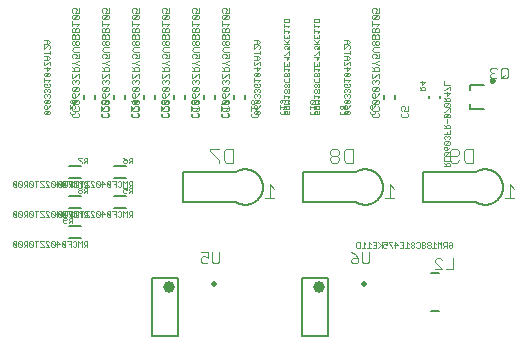
<source format=gbo>
G04 EAGLE Gerber RS-274X export*
G75*
%MOMM*%
%FSLAX34Y34*%
%LPD*%
%INSilk bottom*%
%IPPOS*%
%AMOC8*
5,1,8,0,0,1.08239X$1,22.5*%
G01*
%ADD10C,0.127000*%
%ADD11C,0.050800*%
%ADD12C,0.101600*%
%ADD13C,0.150000*%
%ADD14C,0.076200*%
%ADD15C,0.250000*%
%ADD16C,1.000000*%
%ADD17C,0.500000*%


D10*
X322000Y239800D02*
X322000Y242800D01*
X313000Y242800D02*
X313000Y239800D01*
D11*
X331734Y227823D02*
X332654Y226903D01*
X332654Y225064D01*
X331734Y224144D01*
X328056Y224144D01*
X327136Y225064D01*
X327136Y226903D01*
X328056Y227823D01*
X332654Y229688D02*
X332654Y233366D01*
X332654Y229688D02*
X329895Y229688D01*
X330814Y231527D01*
X330814Y232447D01*
X329895Y233366D01*
X328056Y233366D01*
X327136Y232447D01*
X327136Y230608D01*
X328056Y229688D01*
X308187Y226931D02*
X307270Y227849D01*
X308187Y226931D02*
X308187Y225096D01*
X307270Y224178D01*
X303599Y224178D01*
X302682Y225096D01*
X302682Y226931D01*
X303599Y227849D01*
X308187Y232464D02*
X307270Y233382D01*
X308187Y232464D02*
X308187Y230629D01*
X307270Y229711D01*
X303599Y229711D01*
X302682Y230629D01*
X302682Y232464D01*
X303599Y233382D01*
X303599Y235244D02*
X307270Y235244D01*
X308187Y236162D01*
X308187Y237997D01*
X307270Y238915D01*
X303599Y238915D01*
X302682Y237997D01*
X302682Y236162D01*
X303599Y235244D01*
X307270Y238915D01*
X307270Y242612D02*
X308187Y244447D01*
X307270Y242612D02*
X305434Y240777D01*
X303599Y240777D01*
X302682Y241695D01*
X302682Y243530D01*
X303599Y244447D01*
X304517Y244447D01*
X305434Y243530D01*
X305434Y240777D01*
X303599Y246310D02*
X307270Y246310D01*
X308187Y247228D01*
X308187Y249063D01*
X307270Y249980D01*
X303599Y249980D01*
X302682Y249063D01*
X302682Y247228D01*
X303599Y246310D01*
X307270Y249980D01*
X307270Y251843D02*
X308187Y252760D01*
X308187Y254596D01*
X307270Y255513D01*
X306352Y255513D01*
X305434Y254596D01*
X305434Y253678D01*
X305434Y254596D02*
X304517Y255513D01*
X303599Y255513D01*
X302682Y254596D01*
X302682Y252760D01*
X303599Y251843D01*
X308187Y257376D02*
X308187Y261046D01*
X307270Y261046D01*
X303599Y257376D01*
X302682Y257376D01*
X302682Y261046D01*
X302682Y262909D02*
X308187Y262909D01*
X308187Y265661D01*
X307270Y266579D01*
X305434Y266579D01*
X304517Y265661D01*
X304517Y262909D01*
X304517Y264744D02*
X302682Y266579D01*
X307270Y268441D02*
X308187Y268441D01*
X307270Y268441D02*
X305434Y270277D01*
X307270Y272112D01*
X308187Y272112D01*
X305434Y270277D02*
X302682Y270277D01*
X308187Y273974D02*
X308187Y277645D01*
X308187Y273974D02*
X305434Y273974D01*
X306352Y275809D01*
X306352Y276727D01*
X305434Y277645D01*
X303599Y277645D01*
X302682Y276727D01*
X302682Y274892D01*
X303599Y273974D01*
X304517Y279507D02*
X308187Y279507D01*
X304517Y279507D02*
X302682Y281342D01*
X304517Y283178D01*
X308187Y283178D01*
X307270Y285040D02*
X308187Y285958D01*
X308187Y287793D01*
X307270Y288710D01*
X306352Y288710D01*
X305434Y287793D01*
X304517Y288710D01*
X303599Y288710D01*
X302682Y287793D01*
X302682Y285958D01*
X303599Y285040D01*
X304517Y285040D01*
X305434Y285958D01*
X306352Y285040D01*
X307270Y285040D01*
X305434Y285958D02*
X305434Y287793D01*
X302682Y290573D02*
X308187Y290573D01*
X308187Y293326D01*
X307270Y294243D01*
X306352Y294243D01*
X305434Y293326D01*
X304517Y294243D01*
X303599Y294243D01*
X302682Y293326D01*
X302682Y290573D01*
X305434Y290573D02*
X305434Y293326D01*
X302682Y296106D02*
X308187Y296106D01*
X308187Y298859D01*
X307270Y299776D01*
X306352Y299776D01*
X305434Y298859D01*
X304517Y299776D01*
X303599Y299776D01*
X302682Y298859D01*
X302682Y296106D01*
X305434Y296106D02*
X305434Y298859D01*
X306352Y301639D02*
X308187Y303474D01*
X302682Y303474D01*
X302682Y301639D02*
X302682Y305309D01*
X303599Y307172D02*
X307270Y307172D01*
X308187Y308089D01*
X308187Y309924D01*
X307270Y310842D01*
X303599Y310842D01*
X302682Y309924D01*
X302682Y308089D01*
X303599Y307172D01*
X307270Y310842D01*
X308187Y312704D02*
X308187Y316375D01*
X308187Y312704D02*
X305434Y312704D01*
X306352Y314540D01*
X306352Y315457D01*
X305434Y316375D01*
X303599Y316375D01*
X302682Y315457D01*
X302682Y313622D01*
X303599Y312704D01*
X304401Y229651D02*
X305150Y228902D01*
X305150Y227403D01*
X304401Y226654D01*
X301403Y226654D01*
X300654Y227403D01*
X300654Y228902D01*
X301403Y229651D01*
X304401Y232757D02*
X305150Y234255D01*
X304401Y232757D02*
X302902Y231258D01*
X301403Y231258D01*
X300654Y232007D01*
X300654Y233506D01*
X301403Y234255D01*
X302153Y234255D01*
X302902Y233506D01*
X302902Y231258D01*
X282801Y226654D02*
X279803Y226654D01*
X282801Y226654D02*
X283550Y227403D01*
X283550Y228902D01*
X282801Y229651D01*
X279803Y229651D01*
X279054Y228902D01*
X279054Y227403D01*
X279803Y226654D01*
X282801Y229651D01*
X282801Y232757D02*
X283550Y234255D01*
X282801Y232757D02*
X281302Y231258D01*
X279803Y231258D01*
X279054Y232007D01*
X279054Y233506D01*
X279803Y234255D01*
X280553Y234255D01*
X281302Y233506D01*
X281302Y231258D01*
X279803Y235862D02*
X282801Y235862D01*
X283550Y236611D01*
X283550Y238110D01*
X282801Y238859D01*
X279803Y238859D01*
X279054Y238110D01*
X279054Y236611D01*
X279803Y235862D01*
X282801Y238859D01*
X282801Y240466D02*
X283550Y241215D01*
X283550Y242714D01*
X282801Y243463D01*
X282051Y243463D01*
X281302Y242714D01*
X281302Y241964D01*
X281302Y242714D02*
X280553Y243463D01*
X279803Y243463D01*
X279054Y242714D01*
X279054Y241215D01*
X279803Y240466D01*
X282801Y245070D02*
X283550Y245819D01*
X283550Y247318D01*
X282801Y248067D01*
X282051Y248067D01*
X281302Y247318D01*
X281302Y246568D01*
X281302Y247318D02*
X280553Y248067D01*
X279803Y248067D01*
X279054Y247318D01*
X279054Y245819D01*
X279803Y245070D01*
X283550Y251921D02*
X282801Y252671D01*
X283550Y251921D02*
X283550Y250423D01*
X282801Y249674D01*
X279803Y249674D01*
X279054Y250423D01*
X279054Y251921D01*
X279803Y252671D01*
X281302Y252671D01*
X281302Y251172D01*
X282051Y254277D02*
X283550Y255776D01*
X279054Y255776D01*
X279054Y254277D02*
X279054Y257275D01*
X279803Y258881D02*
X282801Y258881D01*
X283550Y259631D01*
X283550Y261129D01*
X282801Y261879D01*
X279803Y261879D01*
X279054Y261129D01*
X279054Y259631D01*
X279803Y258881D01*
X282801Y261879D01*
X283550Y265733D02*
X279054Y265733D01*
X281302Y263485D02*
X283550Y265733D01*
X281302Y266482D02*
X281302Y263485D01*
X283550Y268089D02*
X283550Y271086D01*
X282801Y271086D01*
X279803Y268089D01*
X279054Y268089D01*
X279054Y271086D01*
X279054Y272693D02*
X282051Y272693D01*
X283550Y274192D01*
X282051Y275690D01*
X279054Y275690D01*
X281302Y275690D02*
X281302Y272693D01*
X279054Y278796D02*
X283550Y278796D01*
X283550Y280294D02*
X283550Y277297D01*
X279054Y281901D02*
X279054Y284898D01*
X279054Y281901D02*
X282051Y284898D01*
X282801Y284898D01*
X283550Y284149D01*
X283550Y282650D01*
X282801Y281901D01*
X282051Y286505D02*
X279054Y286505D01*
X282051Y286505D02*
X283550Y288003D01*
X282051Y289502D01*
X279054Y289502D01*
X281302Y289502D02*
X281302Y286505D01*
D10*
X142600Y178100D02*
X142600Y152100D01*
X187600Y152100D01*
X187601Y152100D02*
X187921Y151920D01*
X188246Y151748D01*
X188575Y151584D01*
X188908Y151428D01*
X189245Y151281D01*
X189585Y151141D01*
X189929Y151010D01*
X190275Y150887D01*
X190625Y150773D01*
X190977Y150668D01*
X191332Y150571D01*
X191689Y150483D01*
X192048Y150404D01*
X192409Y150333D01*
X192771Y150272D01*
X193135Y150219D01*
X193500Y150175D01*
X193866Y150140D01*
X194233Y150114D01*
X194600Y150098D01*
X194968Y150090D01*
X195336Y150091D01*
X195703Y150101D01*
X196071Y150120D01*
X196437Y150148D01*
X196803Y150185D01*
X197168Y150231D01*
X197531Y150286D01*
X197893Y150350D01*
X198254Y150423D01*
X198612Y150504D01*
X198969Y150595D01*
X199323Y150694D01*
X199675Y150801D01*
X200024Y150917D01*
X200369Y151042D01*
X200712Y151175D01*
X201052Y151317D01*
X201387Y151466D01*
X201719Y151624D01*
X202047Y151790D01*
X202371Y151964D01*
X202691Y152146D01*
X203006Y152336D01*
X203316Y152533D01*
X203622Y152738D01*
X203922Y152950D01*
X204217Y153170D01*
X204506Y153397D01*
X204790Y153631D01*
X205068Y153871D01*
X205340Y154119D01*
X205606Y154372D01*
X205866Y154633D01*
X206119Y154900D01*
X206365Y155172D01*
X206605Y155451D01*
X206838Y155736D01*
X207064Y156026D01*
X207282Y156321D01*
X207494Y156622D01*
X207698Y156928D01*
X207894Y157239D01*
X208083Y157555D01*
X208264Y157875D01*
X208437Y158199D01*
X208602Y158528D01*
X208759Y158860D01*
X208907Y159197D01*
X209048Y159536D01*
X209180Y159880D01*
X209304Y160226D01*
X209419Y160575D01*
X209525Y160927D01*
X209623Y161282D01*
X209712Y161638D01*
X209793Y161997D01*
X209864Y162358D01*
X209927Y162720D01*
X209981Y163084D01*
X210026Y163449D01*
X210062Y163815D01*
X210089Y164181D01*
X210107Y164549D01*
X210116Y164916D01*
X210116Y165284D01*
X210107Y165651D01*
X210089Y166019D01*
X210062Y166385D01*
X210026Y166751D01*
X209981Y167116D01*
X209927Y167480D01*
X209864Y167842D01*
X209793Y168203D01*
X209712Y168562D01*
X209623Y168918D01*
X209525Y169273D01*
X209419Y169625D01*
X209304Y169974D01*
X209180Y170320D01*
X209048Y170664D01*
X208907Y171003D01*
X208759Y171340D01*
X208602Y171672D01*
X208437Y172001D01*
X208264Y172325D01*
X208083Y172645D01*
X207894Y172961D01*
X207698Y173272D01*
X207494Y173578D01*
X207282Y173879D01*
X207064Y174174D01*
X206838Y174464D01*
X206605Y174749D01*
X206365Y175028D01*
X206119Y175300D01*
X205866Y175567D01*
X205606Y175828D01*
X205340Y176081D01*
X205068Y176329D01*
X204790Y176569D01*
X204506Y176803D01*
X204217Y177030D01*
X203922Y177250D01*
X203622Y177462D01*
X203316Y177667D01*
X203006Y177864D01*
X202691Y178054D01*
X202371Y178236D01*
X202047Y178410D01*
X201719Y178576D01*
X201387Y178734D01*
X201052Y178883D01*
X200712Y179025D01*
X200369Y179158D01*
X200024Y179283D01*
X199675Y179399D01*
X199323Y179506D01*
X198969Y179605D01*
X198612Y179696D01*
X198254Y179777D01*
X197893Y179850D01*
X197531Y179914D01*
X197168Y179969D01*
X196803Y180015D01*
X196437Y180052D01*
X196071Y180080D01*
X195703Y180099D01*
X195336Y180109D01*
X194968Y180110D01*
X194600Y180102D01*
X194233Y180086D01*
X193866Y180060D01*
X193500Y180025D01*
X193135Y179981D01*
X192771Y179928D01*
X192409Y179867D01*
X192048Y179796D01*
X191689Y179717D01*
X191332Y179629D01*
X190977Y179532D01*
X190625Y179427D01*
X190275Y179313D01*
X189929Y179190D01*
X189585Y179059D01*
X189245Y178919D01*
X188908Y178772D01*
X188575Y178616D01*
X188246Y178452D01*
X187921Y178280D01*
X187601Y178100D01*
X142600Y178100D01*
D12*
X215753Y167305D02*
X219656Y163402D01*
X215753Y167305D02*
X215753Y155597D01*
X219656Y155597D02*
X211850Y155597D01*
X184599Y185615D02*
X184599Y197313D01*
X184599Y185615D02*
X178750Y185615D01*
X176800Y187565D01*
X176800Y195363D01*
X178750Y197313D01*
X184599Y197313D01*
X172901Y197313D02*
X165102Y197313D01*
X165102Y195363D01*
X172901Y187565D01*
X172901Y185615D01*
D13*
X352350Y92200D02*
X358850Y92200D01*
X358850Y60200D02*
X352350Y60200D01*
D14*
X371219Y95581D02*
X371219Y104827D01*
X371219Y95581D02*
X365055Y95581D01*
X362011Y95581D02*
X355847Y95581D01*
X362011Y95581D02*
X355847Y101745D01*
X355847Y103286D01*
X357388Y104827D01*
X360470Y104827D01*
X362011Y103286D01*
D13*
X385700Y251300D02*
X397490Y251300D01*
X385700Y251300D02*
X385700Y247300D01*
X385700Y231300D02*
X397490Y231300D01*
X385700Y231300D02*
X385700Y235300D01*
D15*
X402950Y255300D02*
X402952Y255370D01*
X402958Y255440D01*
X402968Y255509D01*
X402981Y255578D01*
X402999Y255646D01*
X403020Y255713D01*
X403045Y255778D01*
X403074Y255842D01*
X403106Y255905D01*
X403142Y255965D01*
X403181Y256023D01*
X403223Y256079D01*
X403268Y256133D01*
X403316Y256184D01*
X403367Y256232D01*
X403421Y256277D01*
X403477Y256319D01*
X403535Y256358D01*
X403595Y256394D01*
X403658Y256426D01*
X403722Y256455D01*
X403787Y256480D01*
X403854Y256501D01*
X403922Y256519D01*
X403991Y256532D01*
X404060Y256542D01*
X404130Y256548D01*
X404200Y256550D01*
X404270Y256548D01*
X404340Y256542D01*
X404409Y256532D01*
X404478Y256519D01*
X404546Y256501D01*
X404613Y256480D01*
X404678Y256455D01*
X404742Y256426D01*
X404805Y256394D01*
X404865Y256358D01*
X404923Y256319D01*
X404979Y256277D01*
X405033Y256232D01*
X405084Y256184D01*
X405132Y256133D01*
X405177Y256079D01*
X405219Y256023D01*
X405258Y255965D01*
X405294Y255905D01*
X405326Y255842D01*
X405355Y255778D01*
X405380Y255713D01*
X405401Y255646D01*
X405419Y255578D01*
X405432Y255509D01*
X405442Y255440D01*
X405448Y255370D01*
X405450Y255300D01*
X405448Y255230D01*
X405442Y255160D01*
X405432Y255091D01*
X405419Y255022D01*
X405401Y254954D01*
X405380Y254887D01*
X405355Y254822D01*
X405326Y254758D01*
X405294Y254695D01*
X405258Y254635D01*
X405219Y254577D01*
X405177Y254521D01*
X405132Y254467D01*
X405084Y254416D01*
X405033Y254368D01*
X404979Y254323D01*
X404923Y254281D01*
X404865Y254242D01*
X404805Y254206D01*
X404742Y254174D01*
X404678Y254145D01*
X404613Y254120D01*
X404546Y254099D01*
X404478Y254081D01*
X404409Y254068D01*
X404340Y254058D01*
X404270Y254052D01*
X404200Y254050D01*
X404130Y254052D01*
X404060Y254058D01*
X403991Y254068D01*
X403922Y254081D01*
X403854Y254099D01*
X403787Y254120D01*
X403722Y254145D01*
X403658Y254174D01*
X403595Y254206D01*
X403535Y254242D01*
X403477Y254281D01*
X403421Y254323D01*
X403367Y254368D01*
X403316Y254416D01*
X403268Y254467D01*
X403223Y254521D01*
X403181Y254577D01*
X403142Y254635D01*
X403106Y254695D01*
X403074Y254758D01*
X403045Y254822D01*
X403020Y254887D01*
X402999Y254954D01*
X402981Y255022D01*
X402968Y255091D01*
X402958Y255160D01*
X402952Y255230D01*
X402950Y255300D01*
D14*
X417819Y258472D02*
X417819Y264636D01*
X416278Y266177D01*
X413196Y266177D01*
X411655Y264636D01*
X411655Y258472D01*
X413196Y256931D01*
X416278Y256931D01*
X417819Y258472D01*
X414737Y260013D02*
X411655Y256931D01*
X408611Y264636D02*
X407070Y266177D01*
X403988Y266177D01*
X402447Y264636D01*
X402447Y263095D01*
X403988Y261554D01*
X405529Y261554D01*
X403988Y261554D02*
X402447Y260013D01*
X402447Y258472D01*
X403988Y256931D01*
X407070Y256931D01*
X408611Y258472D01*
D10*
X351100Y242400D02*
X351100Y240200D01*
X360100Y240200D02*
X360100Y242400D01*
D11*
X347350Y246946D02*
X342854Y246946D01*
X347350Y246946D02*
X347350Y249194D01*
X346601Y249943D01*
X345102Y249943D01*
X344353Y249194D01*
X344353Y246946D01*
X344353Y248445D02*
X342854Y249943D01*
X342854Y253798D02*
X347350Y253798D01*
X345102Y251550D01*
X345102Y254547D01*
X363854Y182491D02*
X368350Y182491D01*
X368350Y184739D01*
X367601Y185488D01*
X366102Y185488D01*
X365353Y184739D01*
X365353Y182491D01*
X365353Y183990D02*
X363854Y185488D01*
X363854Y187095D02*
X368350Y187095D01*
X363854Y187095D02*
X363854Y190092D01*
X364603Y191699D02*
X367601Y191699D01*
X368350Y192448D01*
X368350Y193947D01*
X367601Y194696D01*
X364603Y194696D01*
X363854Y193947D01*
X363854Y192448D01*
X364603Y191699D01*
X367601Y194696D01*
X367601Y197801D02*
X368350Y199300D01*
X367601Y197801D02*
X366102Y196303D01*
X364603Y196303D01*
X363854Y197052D01*
X363854Y198551D01*
X364603Y199300D01*
X365353Y199300D01*
X366102Y198551D01*
X366102Y196303D01*
X364603Y200907D02*
X367601Y200907D01*
X368350Y201656D01*
X368350Y203155D01*
X367601Y203904D01*
X364603Y203904D01*
X363854Y203155D01*
X363854Y201656D01*
X364603Y200907D01*
X367601Y203904D01*
X367601Y205511D02*
X368350Y206260D01*
X368350Y207759D01*
X367601Y208508D01*
X366851Y208508D01*
X366102Y207759D01*
X366102Y207009D01*
X366102Y207759D02*
X365353Y208508D01*
X364603Y208508D01*
X363854Y207759D01*
X363854Y206260D01*
X364603Y205511D01*
X363854Y210115D02*
X368350Y210115D01*
X368350Y213112D01*
X366102Y211613D02*
X366102Y210115D01*
X363854Y214718D02*
X368350Y214718D01*
X368350Y216966D01*
X367601Y217716D01*
X366102Y217716D01*
X365353Y216966D01*
X365353Y214718D01*
X365353Y216217D02*
X363854Y217716D01*
X366102Y219322D02*
X366102Y222320D01*
X364603Y223926D02*
X367601Y223926D01*
X368350Y224676D01*
X368350Y226174D01*
X367601Y226923D01*
X364603Y226923D01*
X363854Y226174D01*
X363854Y224676D01*
X364603Y223926D01*
X367601Y226923D01*
X368350Y228530D02*
X368350Y231527D01*
X367601Y231527D01*
X364603Y228530D01*
X363854Y228530D01*
X364603Y233134D02*
X367601Y233134D01*
X368350Y233883D01*
X368350Y235382D01*
X367601Y236131D01*
X364603Y236131D01*
X363854Y235382D01*
X363854Y233883D01*
X364603Y233134D01*
X367601Y236131D01*
X368350Y237738D02*
X363854Y237738D01*
X368350Y237738D02*
X368350Y239986D01*
X367601Y240735D01*
X366102Y240735D01*
X365353Y239986D01*
X365353Y237738D01*
X365353Y239237D02*
X363854Y240735D01*
X363854Y244590D02*
X368350Y244590D01*
X366102Y242342D01*
X366102Y245339D01*
X368350Y246946D02*
X368350Y249943D01*
X367601Y249943D01*
X364603Y246946D01*
X363854Y246946D01*
X363854Y251550D02*
X368350Y251550D01*
X363854Y251550D02*
X363854Y254547D01*
D13*
X137880Y88000D02*
X137880Y39000D01*
X137880Y88000D02*
X116120Y88000D01*
X116120Y39000D01*
X137880Y39000D01*
D16*
X130380Y80500D03*
D17*
X168530Y82550D03*
D14*
X173149Y101922D02*
X173149Y109627D01*
X173149Y101922D02*
X171608Y100381D01*
X168526Y100381D01*
X166985Y101922D01*
X166985Y109627D01*
X163941Y109627D02*
X157777Y109627D01*
X163941Y109627D02*
X163941Y105004D01*
X160859Y106545D01*
X159318Y106545D01*
X157777Y105004D01*
X157777Y101922D01*
X159318Y100381D01*
X162400Y100381D01*
X163941Y101922D01*
D11*
X279950Y228702D02*
X279201Y229451D01*
X279950Y228702D02*
X279950Y227203D01*
X279201Y226454D01*
X276203Y226454D01*
X275454Y227203D01*
X275454Y228702D01*
X276203Y229451D01*
X279201Y231058D02*
X279950Y231807D01*
X279950Y233306D01*
X279201Y234055D01*
X278451Y234055D01*
X277702Y233306D01*
X276953Y234055D01*
X276203Y234055D01*
X275454Y233306D01*
X275454Y231807D01*
X276203Y231058D01*
X276953Y231058D01*
X277702Y231807D01*
X278451Y231058D01*
X279201Y231058D01*
X277702Y231807D02*
X277702Y233306D01*
X257950Y228702D02*
X257201Y229451D01*
X257950Y228702D02*
X257950Y227203D01*
X257201Y226454D01*
X254203Y226454D01*
X253454Y227203D01*
X253454Y228702D01*
X254203Y229451D01*
X255702Y229451D01*
X255702Y227953D01*
X253454Y231058D02*
X257950Y231058D01*
X257950Y233306D01*
X257201Y234055D01*
X255702Y234055D01*
X254953Y233306D01*
X254953Y231058D01*
X254953Y232557D02*
X253454Y234055D01*
X253454Y235662D02*
X257950Y235662D01*
X256451Y237160D01*
X257950Y238659D01*
X253454Y238659D01*
X256451Y240266D02*
X257950Y241764D01*
X253454Y241764D01*
X253454Y240266D02*
X253454Y243263D01*
X257201Y244870D02*
X257950Y245619D01*
X257950Y247118D01*
X257201Y247867D01*
X256451Y247867D01*
X255702Y247118D01*
X254953Y247867D01*
X254203Y247867D01*
X253454Y247118D01*
X253454Y245619D01*
X254203Y244870D01*
X254953Y244870D01*
X255702Y245619D01*
X256451Y244870D01*
X257201Y244870D01*
X255702Y245619D02*
X255702Y247118D01*
X257201Y249474D02*
X257950Y250223D01*
X257950Y251721D01*
X257201Y252471D01*
X256451Y252471D01*
X255702Y251721D01*
X254953Y252471D01*
X254203Y252471D01*
X253454Y251721D01*
X253454Y250223D01*
X254203Y249474D01*
X254953Y249474D01*
X255702Y250223D01*
X256451Y249474D01*
X257201Y249474D01*
X255702Y250223D02*
X255702Y251721D01*
X257950Y256325D02*
X257201Y257075D01*
X257950Y256325D02*
X257950Y254827D01*
X257201Y254077D01*
X254203Y254077D01*
X253454Y254827D01*
X253454Y256325D01*
X254203Y257075D01*
X257201Y258681D02*
X257950Y259431D01*
X257950Y260929D01*
X257201Y261679D01*
X256451Y261679D01*
X255702Y260929D01*
X254953Y261679D01*
X254203Y261679D01*
X253454Y260929D01*
X253454Y259431D01*
X254203Y258681D01*
X254953Y258681D01*
X255702Y259431D01*
X256451Y258681D01*
X257201Y258681D01*
X255702Y259431D02*
X255702Y260929D01*
X256451Y263285D02*
X257950Y264784D01*
X253454Y264784D01*
X253454Y266282D02*
X253454Y263285D01*
X257950Y267889D02*
X257950Y270886D01*
X257950Y267889D02*
X253454Y267889D01*
X253454Y270886D01*
X255702Y269388D02*
X255702Y267889D01*
X253454Y274741D02*
X257950Y274741D01*
X255702Y272493D01*
X255702Y275490D01*
X257950Y277097D02*
X257950Y280094D01*
X257201Y280094D01*
X254203Y277097D01*
X253454Y277097D01*
X257950Y281701D02*
X257950Y284698D01*
X257950Y281701D02*
X255702Y281701D01*
X256451Y283199D01*
X256451Y283949D01*
X255702Y284698D01*
X254203Y284698D01*
X253454Y283949D01*
X253454Y282450D01*
X254203Y281701D01*
X253454Y286305D02*
X257950Y286305D01*
X254953Y286305D02*
X257950Y289302D01*
X255702Y287054D02*
X253454Y289302D01*
X257950Y290909D02*
X257950Y293906D01*
X257950Y290909D02*
X253454Y290909D01*
X253454Y293906D01*
X255702Y292407D02*
X255702Y290909D01*
X256451Y295513D02*
X257950Y297011D01*
X253454Y297011D01*
X253454Y295513D02*
X253454Y298510D01*
X256451Y300117D02*
X257950Y301615D01*
X253454Y301615D01*
X253454Y300117D02*
X253454Y303114D01*
X253454Y304720D02*
X257950Y304720D01*
X253454Y304720D02*
X253454Y306968D01*
X254203Y307718D01*
X257201Y307718D01*
X257950Y306968D01*
X257950Y304720D01*
X253801Y229451D02*
X254550Y228702D01*
X254550Y227203D01*
X253801Y226454D01*
X250803Y226454D01*
X250054Y227203D01*
X250054Y228702D01*
X250803Y229451D01*
X253051Y231058D02*
X254550Y232557D01*
X250054Y232557D01*
X250054Y234055D02*
X250054Y231058D01*
X250803Y235662D02*
X253801Y235662D01*
X254550Y236411D01*
X254550Y237910D01*
X253801Y238659D01*
X250803Y238659D01*
X250054Y237910D01*
X250054Y236411D01*
X250803Y235662D01*
X253801Y238659D01*
X232550Y228702D02*
X231801Y229451D01*
X232550Y228702D02*
X232550Y227203D01*
X231801Y226454D01*
X228803Y226454D01*
X228054Y227203D01*
X228054Y228702D01*
X228803Y229451D01*
X230302Y229451D01*
X230302Y227953D01*
X228054Y231058D02*
X232550Y231058D01*
X232550Y233306D01*
X231801Y234055D01*
X230302Y234055D01*
X229553Y233306D01*
X229553Y231058D01*
X229553Y232557D02*
X228054Y234055D01*
X228054Y235662D02*
X232550Y235662D01*
X231051Y237160D01*
X232550Y238659D01*
X228054Y238659D01*
X231051Y240266D02*
X232550Y241764D01*
X228054Y241764D01*
X228054Y240266D02*
X228054Y243263D01*
X231801Y244870D02*
X232550Y245619D01*
X232550Y247118D01*
X231801Y247867D01*
X231051Y247867D01*
X230302Y247118D01*
X229553Y247867D01*
X228803Y247867D01*
X228054Y247118D01*
X228054Y245619D01*
X228803Y244870D01*
X229553Y244870D01*
X230302Y245619D01*
X231051Y244870D01*
X231801Y244870D01*
X230302Y245619D02*
X230302Y247118D01*
X231801Y249474D02*
X232550Y250223D01*
X232550Y251721D01*
X231801Y252471D01*
X231051Y252471D01*
X230302Y251721D01*
X229553Y252471D01*
X228803Y252471D01*
X228054Y251721D01*
X228054Y250223D01*
X228803Y249474D01*
X229553Y249474D01*
X230302Y250223D01*
X231051Y249474D01*
X231801Y249474D01*
X230302Y250223D02*
X230302Y251721D01*
X232550Y256325D02*
X231801Y257075D01*
X232550Y256325D02*
X232550Y254827D01*
X231801Y254077D01*
X228803Y254077D01*
X228054Y254827D01*
X228054Y256325D01*
X228803Y257075D01*
X231801Y258681D02*
X232550Y259431D01*
X232550Y260929D01*
X231801Y261679D01*
X231051Y261679D01*
X230302Y260929D01*
X229553Y261679D01*
X228803Y261679D01*
X228054Y260929D01*
X228054Y259431D01*
X228803Y258681D01*
X229553Y258681D01*
X230302Y259431D01*
X231051Y258681D01*
X231801Y258681D01*
X230302Y259431D02*
X230302Y260929D01*
X231051Y263285D02*
X232550Y264784D01*
X228054Y264784D01*
X228054Y266282D02*
X228054Y263285D01*
X232550Y267889D02*
X232550Y270886D01*
X232550Y267889D02*
X228054Y267889D01*
X228054Y270886D01*
X230302Y269388D02*
X230302Y267889D01*
X228054Y274741D02*
X232550Y274741D01*
X230302Y272493D01*
X230302Y275490D01*
X232550Y277097D02*
X232550Y280094D01*
X231801Y280094D01*
X228803Y277097D01*
X228054Y277097D01*
X232550Y281701D02*
X232550Y284698D01*
X232550Y281701D02*
X230302Y281701D01*
X231051Y283199D01*
X231051Y283949D01*
X230302Y284698D01*
X228803Y284698D01*
X228054Y283949D01*
X228054Y282450D01*
X228803Y281701D01*
X228054Y286305D02*
X232550Y286305D01*
X229553Y286305D02*
X232550Y289302D01*
X230302Y287054D02*
X228054Y289302D01*
X232550Y290909D02*
X232550Y293906D01*
X232550Y290909D02*
X228054Y290909D01*
X228054Y293906D01*
X230302Y292407D02*
X230302Y290909D01*
X231051Y295513D02*
X232550Y297011D01*
X228054Y297011D01*
X228054Y295513D02*
X228054Y298510D01*
X231051Y300117D02*
X232550Y301615D01*
X228054Y301615D01*
X228054Y300117D02*
X228054Y303114D01*
X228054Y304720D02*
X232550Y304720D01*
X228054Y304720D02*
X228054Y306968D01*
X228803Y307718D01*
X231801Y307718D01*
X232550Y306968D01*
X232550Y304720D01*
X368198Y118250D02*
X367449Y117501D01*
X368198Y118250D02*
X369697Y118250D01*
X370446Y117501D01*
X370446Y114503D01*
X369697Y113754D01*
X368198Y113754D01*
X367449Y114503D01*
X367449Y116002D01*
X368947Y116002D01*
X365842Y113754D02*
X365842Y118250D01*
X363594Y118250D01*
X362845Y117501D01*
X362845Y116002D01*
X363594Y115253D01*
X365842Y115253D01*
X364344Y115253D02*
X362845Y113754D01*
X361238Y113754D02*
X361238Y118250D01*
X359740Y116751D01*
X358241Y118250D01*
X358241Y113754D01*
X356634Y116751D02*
X355136Y118250D01*
X355136Y113754D01*
X356634Y113754D02*
X353637Y113754D01*
X352030Y117501D02*
X351281Y118250D01*
X349782Y118250D01*
X349033Y117501D01*
X349033Y116751D01*
X349782Y116002D01*
X349033Y115253D01*
X349033Y114503D01*
X349782Y113754D01*
X351281Y113754D01*
X352030Y114503D01*
X352030Y115253D01*
X351281Y116002D01*
X352030Y116751D01*
X352030Y117501D01*
X351281Y116002D02*
X349782Y116002D01*
X347426Y117501D02*
X346677Y118250D01*
X345179Y118250D01*
X344429Y117501D01*
X344429Y116751D01*
X345179Y116002D01*
X344429Y115253D01*
X344429Y114503D01*
X345179Y113754D01*
X346677Y113754D01*
X347426Y114503D01*
X347426Y115253D01*
X346677Y116002D01*
X347426Y116751D01*
X347426Y117501D01*
X346677Y116002D02*
X345179Y116002D01*
X340575Y118250D02*
X339825Y117501D01*
X340575Y118250D02*
X342073Y118250D01*
X342823Y117501D01*
X342823Y114503D01*
X342073Y113754D01*
X340575Y113754D01*
X339825Y114503D01*
X338219Y117501D02*
X337469Y118250D01*
X335971Y118250D01*
X335221Y117501D01*
X335221Y116751D01*
X335971Y116002D01*
X335221Y115253D01*
X335221Y114503D01*
X335971Y113754D01*
X337469Y113754D01*
X338219Y114503D01*
X338219Y115253D01*
X337469Y116002D01*
X338219Y116751D01*
X338219Y117501D01*
X337469Y116002D02*
X335971Y116002D01*
X333615Y116751D02*
X332116Y118250D01*
X332116Y113754D01*
X330618Y113754D02*
X333615Y113754D01*
X329011Y118250D02*
X326014Y118250D01*
X329011Y118250D02*
X329011Y113754D01*
X326014Y113754D01*
X327512Y116002D02*
X329011Y116002D01*
X322159Y113754D02*
X322159Y118250D01*
X324407Y116002D01*
X321410Y116002D01*
X319803Y118250D02*
X316806Y118250D01*
X316806Y117501D01*
X319803Y114503D01*
X319803Y113754D01*
X315199Y118250D02*
X312202Y118250D01*
X315199Y118250D02*
X315199Y116002D01*
X313701Y116751D01*
X312951Y116751D01*
X312202Y116002D01*
X312202Y114503D01*
X312951Y113754D01*
X314450Y113754D01*
X315199Y114503D01*
X310595Y113754D02*
X310595Y118250D01*
X310595Y115253D02*
X307598Y118250D01*
X309846Y116002D02*
X307598Y113754D01*
X305991Y118250D02*
X302994Y118250D01*
X305991Y118250D02*
X305991Y113754D01*
X302994Y113754D01*
X304493Y116002D02*
X305991Y116002D01*
X301387Y116751D02*
X299889Y118250D01*
X299889Y113754D01*
X301387Y113754D02*
X298390Y113754D01*
X296784Y116751D02*
X295285Y118250D01*
X295285Y113754D01*
X296784Y113754D02*
X293786Y113754D01*
X292180Y113754D02*
X292180Y118250D01*
X292180Y113754D02*
X289932Y113754D01*
X289182Y114503D01*
X289182Y117501D01*
X289932Y118250D01*
X292180Y118250D01*
X228950Y228902D02*
X228201Y229651D01*
X228950Y228902D02*
X228950Y227403D01*
X228201Y226654D01*
X225203Y226654D01*
X224454Y227403D01*
X224454Y228902D01*
X225203Y229651D01*
X227451Y231258D02*
X228950Y232757D01*
X224454Y232757D01*
X224454Y234255D02*
X224454Y231258D01*
X228201Y235862D02*
X228950Y236611D01*
X228950Y238110D01*
X228201Y238859D01*
X227451Y238859D01*
X226702Y238110D01*
X226702Y237360D01*
X226702Y238110D02*
X225953Y238859D01*
X225203Y238859D01*
X224454Y238110D01*
X224454Y236611D01*
X225203Y235862D01*
X206601Y226654D02*
X203603Y226654D01*
X206601Y226654D02*
X207350Y227403D01*
X207350Y228902D01*
X206601Y229651D01*
X203603Y229651D01*
X202854Y228902D01*
X202854Y227403D01*
X203603Y226654D01*
X206601Y229651D01*
X206601Y232757D02*
X207350Y234255D01*
X206601Y232757D02*
X205102Y231258D01*
X203603Y231258D01*
X202854Y232007D01*
X202854Y233506D01*
X203603Y234255D01*
X204353Y234255D01*
X205102Y233506D01*
X205102Y231258D01*
X203603Y235862D02*
X206601Y235862D01*
X207350Y236611D01*
X207350Y238110D01*
X206601Y238859D01*
X203603Y238859D01*
X202854Y238110D01*
X202854Y236611D01*
X203603Y235862D01*
X206601Y238859D01*
X206601Y240466D02*
X207350Y241215D01*
X207350Y242714D01*
X206601Y243463D01*
X205851Y243463D01*
X205102Y242714D01*
X205102Y241964D01*
X205102Y242714D02*
X204353Y243463D01*
X203603Y243463D01*
X202854Y242714D01*
X202854Y241215D01*
X203603Y240466D01*
X206601Y245070D02*
X207350Y245819D01*
X207350Y247318D01*
X206601Y248067D01*
X205851Y248067D01*
X205102Y247318D01*
X205102Y246568D01*
X205102Y247318D02*
X204353Y248067D01*
X203603Y248067D01*
X202854Y247318D01*
X202854Y245819D01*
X203603Y245070D01*
X207350Y251921D02*
X206601Y252671D01*
X207350Y251921D02*
X207350Y250423D01*
X206601Y249674D01*
X203603Y249674D01*
X202854Y250423D01*
X202854Y251921D01*
X203603Y252671D01*
X205102Y252671D01*
X205102Y251172D01*
X205851Y254277D02*
X207350Y255776D01*
X202854Y255776D01*
X202854Y254277D02*
X202854Y257275D01*
X203603Y258881D02*
X206601Y258881D01*
X207350Y259631D01*
X207350Y261129D01*
X206601Y261879D01*
X203603Y261879D01*
X202854Y261129D01*
X202854Y259631D01*
X203603Y258881D01*
X206601Y261879D01*
X207350Y265733D02*
X202854Y265733D01*
X205102Y263485D02*
X207350Y265733D01*
X205102Y266482D02*
X205102Y263485D01*
X207350Y268089D02*
X207350Y271086D01*
X206601Y271086D01*
X203603Y268089D01*
X202854Y268089D01*
X202854Y271086D01*
X202854Y272693D02*
X205851Y272693D01*
X207350Y274192D01*
X205851Y275690D01*
X202854Y275690D01*
X205102Y275690D02*
X205102Y272693D01*
X202854Y278796D02*
X207350Y278796D01*
X207350Y280294D02*
X207350Y277297D01*
X202854Y281901D02*
X202854Y284898D01*
X202854Y281901D02*
X205851Y284898D01*
X206601Y284898D01*
X207350Y284149D01*
X207350Y282650D01*
X206601Y281901D01*
X205851Y286505D02*
X202854Y286505D01*
X205851Y286505D02*
X207350Y288003D01*
X205851Y289502D01*
X202854Y289502D01*
X205102Y289502D02*
X205102Y286505D01*
D10*
X195000Y242800D02*
X195000Y239800D01*
X186000Y239800D02*
X186000Y242800D01*
D11*
X204734Y227823D02*
X205654Y226903D01*
X205654Y225064D01*
X204734Y224144D01*
X201056Y224144D01*
X200136Y225064D01*
X200136Y226903D01*
X201056Y227823D01*
X203814Y229688D02*
X205654Y231527D01*
X200136Y231527D01*
X200136Y229688D02*
X200136Y233366D01*
X204734Y237071D02*
X205654Y238910D01*
X204734Y237071D02*
X202895Y235232D01*
X201056Y235232D01*
X200136Y236151D01*
X200136Y237990D01*
X201056Y238910D01*
X201975Y238910D01*
X202895Y237990D01*
X202895Y235232D01*
X181187Y226931D02*
X180270Y227849D01*
X181187Y226931D02*
X181187Y225096D01*
X180270Y224178D01*
X176599Y224178D01*
X175682Y225096D01*
X175682Y226931D01*
X176599Y227849D01*
X181187Y232464D02*
X180270Y233382D01*
X181187Y232464D02*
X181187Y230629D01*
X180270Y229711D01*
X176599Y229711D01*
X175682Y230629D01*
X175682Y232464D01*
X176599Y233382D01*
X176599Y235244D02*
X180270Y235244D01*
X181187Y236162D01*
X181187Y237997D01*
X180270Y238915D01*
X176599Y238915D01*
X175682Y237997D01*
X175682Y236162D01*
X176599Y235244D01*
X180270Y238915D01*
X180270Y242612D02*
X181187Y244447D01*
X180270Y242612D02*
X178434Y240777D01*
X176599Y240777D01*
X175682Y241695D01*
X175682Y243530D01*
X176599Y244447D01*
X177517Y244447D01*
X178434Y243530D01*
X178434Y240777D01*
X176599Y246310D02*
X180270Y246310D01*
X181187Y247228D01*
X181187Y249063D01*
X180270Y249980D01*
X176599Y249980D01*
X175682Y249063D01*
X175682Y247228D01*
X176599Y246310D01*
X180270Y249980D01*
X180270Y251843D02*
X181187Y252760D01*
X181187Y254596D01*
X180270Y255513D01*
X179352Y255513D01*
X178434Y254596D01*
X178434Y253678D01*
X178434Y254596D02*
X177517Y255513D01*
X176599Y255513D01*
X175682Y254596D01*
X175682Y252760D01*
X176599Y251843D01*
X181187Y257376D02*
X181187Y261046D01*
X180270Y261046D01*
X176599Y257376D01*
X175682Y257376D01*
X175682Y261046D01*
X175682Y262909D02*
X181187Y262909D01*
X181187Y265661D01*
X180270Y266579D01*
X178434Y266579D01*
X177517Y265661D01*
X177517Y262909D01*
X177517Y264744D02*
X175682Y266579D01*
X180270Y268441D02*
X181187Y268441D01*
X180270Y268441D02*
X178434Y270277D01*
X180270Y272112D01*
X181187Y272112D01*
X178434Y270277D02*
X175682Y270277D01*
X181187Y273974D02*
X181187Y277645D01*
X181187Y273974D02*
X178434Y273974D01*
X179352Y275809D01*
X179352Y276727D01*
X178434Y277645D01*
X176599Y277645D01*
X175682Y276727D01*
X175682Y274892D01*
X176599Y273974D01*
X177517Y279507D02*
X181187Y279507D01*
X177517Y279507D02*
X175682Y281342D01*
X177517Y283178D01*
X181187Y283178D01*
X180270Y285040D02*
X181187Y285958D01*
X181187Y287793D01*
X180270Y288710D01*
X179352Y288710D01*
X178434Y287793D01*
X177517Y288710D01*
X176599Y288710D01*
X175682Y287793D01*
X175682Y285958D01*
X176599Y285040D01*
X177517Y285040D01*
X178434Y285958D01*
X179352Y285040D01*
X180270Y285040D01*
X178434Y285958D02*
X178434Y287793D01*
X175682Y290573D02*
X181187Y290573D01*
X181187Y293326D01*
X180270Y294243D01*
X179352Y294243D01*
X178434Y293326D01*
X177517Y294243D01*
X176599Y294243D01*
X175682Y293326D01*
X175682Y290573D01*
X178434Y290573D02*
X178434Y293326D01*
X175682Y296106D02*
X181187Y296106D01*
X181187Y298859D01*
X180270Y299776D01*
X179352Y299776D01*
X178434Y298859D01*
X177517Y299776D01*
X176599Y299776D01*
X175682Y298859D01*
X175682Y296106D01*
X178434Y296106D02*
X178434Y298859D01*
X179352Y301639D02*
X181187Y303474D01*
X175682Y303474D01*
X175682Y301639D02*
X175682Y305309D01*
X176599Y307172D02*
X180270Y307172D01*
X181187Y308089D01*
X181187Y309924D01*
X180270Y310842D01*
X176599Y310842D01*
X175682Y309924D01*
X175682Y308089D01*
X176599Y307172D01*
X180270Y310842D01*
X181187Y312704D02*
X181187Y316375D01*
X181187Y312704D02*
X178434Y312704D01*
X179352Y314540D01*
X179352Y315457D01*
X178434Y316375D01*
X176599Y316375D01*
X175682Y315457D01*
X175682Y313622D01*
X176599Y312704D01*
D10*
X169600Y242800D02*
X169600Y239800D01*
X160600Y239800D02*
X160600Y242800D01*
D11*
X179334Y227823D02*
X180254Y226903D01*
X180254Y225064D01*
X179334Y224144D01*
X175656Y224144D01*
X174736Y225064D01*
X174736Y226903D01*
X175656Y227823D01*
X178414Y229688D02*
X180254Y231527D01*
X174736Y231527D01*
X174736Y229688D02*
X174736Y233366D01*
X180254Y235232D02*
X180254Y238910D01*
X179334Y238910D01*
X175656Y235232D01*
X174736Y235232D01*
X155787Y226931D02*
X154870Y227849D01*
X155787Y226931D02*
X155787Y225096D01*
X154870Y224178D01*
X151199Y224178D01*
X150282Y225096D01*
X150282Y226931D01*
X151199Y227849D01*
X155787Y232464D02*
X154870Y233382D01*
X155787Y232464D02*
X155787Y230629D01*
X154870Y229711D01*
X151199Y229711D01*
X150282Y230629D01*
X150282Y232464D01*
X151199Y233382D01*
X151199Y235244D02*
X154870Y235244D01*
X155787Y236162D01*
X155787Y237997D01*
X154870Y238915D01*
X151199Y238915D01*
X150282Y237997D01*
X150282Y236162D01*
X151199Y235244D01*
X154870Y238915D01*
X154870Y242612D02*
X155787Y244447D01*
X154870Y242612D02*
X153034Y240777D01*
X151199Y240777D01*
X150282Y241695D01*
X150282Y243530D01*
X151199Y244447D01*
X152117Y244447D01*
X153034Y243530D01*
X153034Y240777D01*
X151199Y246310D02*
X154870Y246310D01*
X155787Y247228D01*
X155787Y249063D01*
X154870Y249980D01*
X151199Y249980D01*
X150282Y249063D01*
X150282Y247228D01*
X151199Y246310D01*
X154870Y249980D01*
X154870Y251843D02*
X155787Y252760D01*
X155787Y254596D01*
X154870Y255513D01*
X153952Y255513D01*
X153034Y254596D01*
X153034Y253678D01*
X153034Y254596D02*
X152117Y255513D01*
X151199Y255513D01*
X150282Y254596D01*
X150282Y252760D01*
X151199Y251843D01*
X155787Y257376D02*
X155787Y261046D01*
X154870Y261046D01*
X151199Y257376D01*
X150282Y257376D01*
X150282Y261046D01*
X150282Y262909D02*
X155787Y262909D01*
X155787Y265661D01*
X154870Y266579D01*
X153034Y266579D01*
X152117Y265661D01*
X152117Y262909D01*
X152117Y264744D02*
X150282Y266579D01*
X154870Y268441D02*
X155787Y268441D01*
X154870Y268441D02*
X153034Y270277D01*
X154870Y272112D01*
X155787Y272112D01*
X153034Y270277D02*
X150282Y270277D01*
X155787Y273974D02*
X155787Y277645D01*
X155787Y273974D02*
X153034Y273974D01*
X153952Y275809D01*
X153952Y276727D01*
X153034Y277645D01*
X151199Y277645D01*
X150282Y276727D01*
X150282Y274892D01*
X151199Y273974D01*
X152117Y279507D02*
X155787Y279507D01*
X152117Y279507D02*
X150282Y281342D01*
X152117Y283178D01*
X155787Y283178D01*
X154870Y285040D02*
X155787Y285958D01*
X155787Y287793D01*
X154870Y288710D01*
X153952Y288710D01*
X153034Y287793D01*
X152117Y288710D01*
X151199Y288710D01*
X150282Y287793D01*
X150282Y285958D01*
X151199Y285040D01*
X152117Y285040D01*
X153034Y285958D01*
X153952Y285040D01*
X154870Y285040D01*
X153034Y285958D02*
X153034Y287793D01*
X150282Y290573D02*
X155787Y290573D01*
X155787Y293326D01*
X154870Y294243D01*
X153952Y294243D01*
X153034Y293326D01*
X152117Y294243D01*
X151199Y294243D01*
X150282Y293326D01*
X150282Y290573D01*
X153034Y290573D02*
X153034Y293326D01*
X150282Y296106D02*
X155787Y296106D01*
X155787Y298859D01*
X154870Y299776D01*
X153952Y299776D01*
X153034Y298859D01*
X152117Y299776D01*
X151199Y299776D01*
X150282Y298859D01*
X150282Y296106D01*
X153034Y296106D02*
X153034Y298859D01*
X153952Y301639D02*
X155787Y303474D01*
X150282Y303474D01*
X150282Y301639D02*
X150282Y305309D01*
X151199Y307172D02*
X154870Y307172D01*
X155787Y308089D01*
X155787Y309924D01*
X154870Y310842D01*
X151199Y310842D01*
X150282Y309924D01*
X150282Y308089D01*
X151199Y307172D01*
X154870Y310842D01*
X155787Y312704D02*
X155787Y316375D01*
X155787Y312704D02*
X153034Y312704D01*
X153952Y314540D01*
X153952Y315457D01*
X153034Y316375D01*
X151199Y316375D01*
X150282Y315457D01*
X150282Y313622D01*
X151199Y312704D01*
D10*
X144200Y242800D02*
X144200Y239800D01*
X135200Y239800D02*
X135200Y242800D01*
D11*
X153934Y227823D02*
X154854Y226903D01*
X154854Y225064D01*
X153934Y224144D01*
X150256Y224144D01*
X149336Y225064D01*
X149336Y226903D01*
X150256Y227823D01*
X153014Y229688D02*
X154854Y231527D01*
X149336Y231527D01*
X149336Y229688D02*
X149336Y233366D01*
X153934Y235232D02*
X154854Y236151D01*
X154854Y237990D01*
X153934Y238910D01*
X153014Y238910D01*
X152095Y237990D01*
X151175Y238910D01*
X150256Y238910D01*
X149336Y237990D01*
X149336Y236151D01*
X150256Y235232D01*
X151175Y235232D01*
X152095Y236151D01*
X153014Y235232D01*
X153934Y235232D01*
X152095Y236151D02*
X152095Y237990D01*
X130387Y226931D02*
X129470Y227849D01*
X130387Y226931D02*
X130387Y225096D01*
X129470Y224178D01*
X125799Y224178D01*
X124882Y225096D01*
X124882Y226931D01*
X125799Y227849D01*
X130387Y232464D02*
X129470Y233382D01*
X130387Y232464D02*
X130387Y230629D01*
X129470Y229711D01*
X125799Y229711D01*
X124882Y230629D01*
X124882Y232464D01*
X125799Y233382D01*
X125799Y235244D02*
X129470Y235244D01*
X130387Y236162D01*
X130387Y237997D01*
X129470Y238915D01*
X125799Y238915D01*
X124882Y237997D01*
X124882Y236162D01*
X125799Y235244D01*
X129470Y238915D01*
X129470Y242612D02*
X130387Y244447D01*
X129470Y242612D02*
X127634Y240777D01*
X125799Y240777D01*
X124882Y241695D01*
X124882Y243530D01*
X125799Y244447D01*
X126717Y244447D01*
X127634Y243530D01*
X127634Y240777D01*
X125799Y246310D02*
X129470Y246310D01*
X130387Y247228D01*
X130387Y249063D01*
X129470Y249980D01*
X125799Y249980D01*
X124882Y249063D01*
X124882Y247228D01*
X125799Y246310D01*
X129470Y249980D01*
X129470Y251843D02*
X130387Y252760D01*
X130387Y254596D01*
X129470Y255513D01*
X128552Y255513D01*
X127634Y254596D01*
X127634Y253678D01*
X127634Y254596D02*
X126717Y255513D01*
X125799Y255513D01*
X124882Y254596D01*
X124882Y252760D01*
X125799Y251843D01*
X130387Y257376D02*
X130387Y261046D01*
X129470Y261046D01*
X125799Y257376D01*
X124882Y257376D01*
X124882Y261046D01*
X124882Y262909D02*
X130387Y262909D01*
X130387Y265661D01*
X129470Y266579D01*
X127634Y266579D01*
X126717Y265661D01*
X126717Y262909D01*
X126717Y264744D02*
X124882Y266579D01*
X129470Y268441D02*
X130387Y268441D01*
X129470Y268441D02*
X127634Y270277D01*
X129470Y272112D01*
X130387Y272112D01*
X127634Y270277D02*
X124882Y270277D01*
X130387Y273974D02*
X130387Y277645D01*
X130387Y273974D02*
X127634Y273974D01*
X128552Y275809D01*
X128552Y276727D01*
X127634Y277645D01*
X125799Y277645D01*
X124882Y276727D01*
X124882Y274892D01*
X125799Y273974D01*
X126717Y279507D02*
X130387Y279507D01*
X126717Y279507D02*
X124882Y281342D01*
X126717Y283178D01*
X130387Y283178D01*
X129470Y285040D02*
X130387Y285958D01*
X130387Y287793D01*
X129470Y288710D01*
X128552Y288710D01*
X127634Y287793D01*
X126717Y288710D01*
X125799Y288710D01*
X124882Y287793D01*
X124882Y285958D01*
X125799Y285040D01*
X126717Y285040D01*
X127634Y285958D01*
X128552Y285040D01*
X129470Y285040D01*
X127634Y285958D02*
X127634Y287793D01*
X124882Y290573D02*
X130387Y290573D01*
X130387Y293326D01*
X129470Y294243D01*
X128552Y294243D01*
X127634Y293326D01*
X126717Y294243D01*
X125799Y294243D01*
X124882Y293326D01*
X124882Y290573D01*
X127634Y290573D02*
X127634Y293326D01*
X124882Y296106D02*
X130387Y296106D01*
X130387Y298859D01*
X129470Y299776D01*
X128552Y299776D01*
X127634Y298859D01*
X126717Y299776D01*
X125799Y299776D01*
X124882Y298859D01*
X124882Y296106D01*
X127634Y296106D02*
X127634Y298859D01*
X128552Y301639D02*
X130387Y303474D01*
X124882Y303474D01*
X124882Y301639D02*
X124882Y305309D01*
X125799Y307172D02*
X129470Y307172D01*
X130387Y308089D01*
X130387Y309924D01*
X129470Y310842D01*
X125799Y310842D01*
X124882Y309924D01*
X124882Y308089D01*
X125799Y307172D01*
X129470Y310842D01*
X130387Y312704D02*
X130387Y316375D01*
X130387Y312704D02*
X127634Y312704D01*
X128552Y314540D01*
X128552Y315457D01*
X127634Y316375D01*
X125799Y316375D01*
X124882Y315457D01*
X124882Y313622D01*
X125799Y312704D01*
D10*
X118800Y242800D02*
X118800Y239800D01*
X109800Y239800D02*
X109800Y242800D01*
D11*
X128534Y227823D02*
X129454Y226903D01*
X129454Y225064D01*
X128534Y224144D01*
X124856Y224144D01*
X123936Y225064D01*
X123936Y226903D01*
X124856Y227823D01*
X123936Y229688D02*
X123936Y233366D01*
X123936Y229688D02*
X127614Y233366D01*
X128534Y233366D01*
X129454Y232447D01*
X129454Y230608D01*
X128534Y229688D01*
X128534Y235232D02*
X129454Y236151D01*
X129454Y237990D01*
X128534Y238910D01*
X127614Y238910D01*
X126695Y237990D01*
X126695Y237071D01*
X126695Y237990D02*
X125775Y238910D01*
X124856Y238910D01*
X123936Y237990D01*
X123936Y236151D01*
X124856Y235232D01*
X104987Y226931D02*
X104070Y227849D01*
X104987Y226931D02*
X104987Y225096D01*
X104070Y224178D01*
X100399Y224178D01*
X99482Y225096D01*
X99482Y226931D01*
X100399Y227849D01*
X104987Y232464D02*
X104070Y233382D01*
X104987Y232464D02*
X104987Y230629D01*
X104070Y229711D01*
X100399Y229711D01*
X99482Y230629D01*
X99482Y232464D01*
X100399Y233382D01*
X100399Y235244D02*
X104070Y235244D01*
X104987Y236162D01*
X104987Y237997D01*
X104070Y238915D01*
X100399Y238915D01*
X99482Y237997D01*
X99482Y236162D01*
X100399Y235244D01*
X104070Y238915D01*
X104070Y242612D02*
X104987Y244447D01*
X104070Y242612D02*
X102234Y240777D01*
X100399Y240777D01*
X99482Y241695D01*
X99482Y243530D01*
X100399Y244447D01*
X101317Y244447D01*
X102234Y243530D01*
X102234Y240777D01*
X100399Y246310D02*
X104070Y246310D01*
X104987Y247228D01*
X104987Y249063D01*
X104070Y249980D01*
X100399Y249980D01*
X99482Y249063D01*
X99482Y247228D01*
X100399Y246310D01*
X104070Y249980D01*
X104070Y251843D02*
X104987Y252760D01*
X104987Y254596D01*
X104070Y255513D01*
X103152Y255513D01*
X102234Y254596D01*
X102234Y253678D01*
X102234Y254596D02*
X101317Y255513D01*
X100399Y255513D01*
X99482Y254596D01*
X99482Y252760D01*
X100399Y251843D01*
X104987Y257376D02*
X104987Y261046D01*
X104070Y261046D01*
X100399Y257376D01*
X99482Y257376D01*
X99482Y261046D01*
X99482Y262909D02*
X104987Y262909D01*
X104987Y265661D01*
X104070Y266579D01*
X102234Y266579D01*
X101317Y265661D01*
X101317Y262909D01*
X101317Y264744D02*
X99482Y266579D01*
X104070Y268441D02*
X104987Y268441D01*
X104070Y268441D02*
X102234Y270277D01*
X104070Y272112D01*
X104987Y272112D01*
X102234Y270277D02*
X99482Y270277D01*
X104987Y273974D02*
X104987Y277645D01*
X104987Y273974D02*
X102234Y273974D01*
X103152Y275809D01*
X103152Y276727D01*
X102234Y277645D01*
X100399Y277645D01*
X99482Y276727D01*
X99482Y274892D01*
X100399Y273974D01*
X101317Y279507D02*
X104987Y279507D01*
X101317Y279507D02*
X99482Y281342D01*
X101317Y283178D01*
X104987Y283178D01*
X104070Y285040D02*
X104987Y285958D01*
X104987Y287793D01*
X104070Y288710D01*
X103152Y288710D01*
X102234Y287793D01*
X101317Y288710D01*
X100399Y288710D01*
X99482Y287793D01*
X99482Y285958D01*
X100399Y285040D01*
X101317Y285040D01*
X102234Y285958D01*
X103152Y285040D01*
X104070Y285040D01*
X102234Y285958D02*
X102234Y287793D01*
X99482Y290573D02*
X104987Y290573D01*
X104987Y293326D01*
X104070Y294243D01*
X103152Y294243D01*
X102234Y293326D01*
X101317Y294243D01*
X100399Y294243D01*
X99482Y293326D01*
X99482Y290573D01*
X102234Y290573D02*
X102234Y293326D01*
X99482Y296106D02*
X104987Y296106D01*
X104987Y298859D01*
X104070Y299776D01*
X103152Y299776D01*
X102234Y298859D01*
X101317Y299776D01*
X100399Y299776D01*
X99482Y298859D01*
X99482Y296106D01*
X102234Y296106D02*
X102234Y298859D01*
X103152Y301639D02*
X104987Y303474D01*
X99482Y303474D01*
X99482Y301639D02*
X99482Y305309D01*
X100399Y307172D02*
X104070Y307172D01*
X104987Y308089D01*
X104987Y309924D01*
X104070Y310842D01*
X100399Y310842D01*
X99482Y309924D01*
X99482Y308089D01*
X100399Y307172D01*
X104070Y310842D01*
X104987Y312704D02*
X104987Y316375D01*
X104987Y312704D02*
X102234Y312704D01*
X103152Y314540D01*
X103152Y315457D01*
X102234Y316375D01*
X100399Y316375D01*
X99482Y315457D01*
X99482Y313622D01*
X100399Y312704D01*
D10*
X93400Y242800D02*
X93400Y239800D01*
X84400Y239800D02*
X84400Y242800D01*
D11*
X103134Y227823D02*
X104054Y226903D01*
X104054Y225064D01*
X103134Y224144D01*
X99456Y224144D01*
X98536Y225064D01*
X98536Y226903D01*
X99456Y227823D01*
X98536Y229688D02*
X98536Y233366D01*
X98536Y229688D02*
X102214Y233366D01*
X103134Y233366D01*
X104054Y232447D01*
X104054Y230608D01*
X103134Y229688D01*
X104054Y237990D02*
X98536Y237990D01*
X101295Y235232D02*
X104054Y237990D01*
X101295Y238910D02*
X101295Y235232D01*
X79587Y226931D02*
X78670Y227849D01*
X79587Y226931D02*
X79587Y225096D01*
X78670Y224178D01*
X74999Y224178D01*
X74082Y225096D01*
X74082Y226931D01*
X74999Y227849D01*
X79587Y232464D02*
X78670Y233382D01*
X79587Y232464D02*
X79587Y230629D01*
X78670Y229711D01*
X74999Y229711D01*
X74082Y230629D01*
X74082Y232464D01*
X74999Y233382D01*
X74999Y235244D02*
X78670Y235244D01*
X79587Y236162D01*
X79587Y237997D01*
X78670Y238915D01*
X74999Y238915D01*
X74082Y237997D01*
X74082Y236162D01*
X74999Y235244D01*
X78670Y238915D01*
X78670Y242612D02*
X79587Y244447D01*
X78670Y242612D02*
X76834Y240777D01*
X74999Y240777D01*
X74082Y241695D01*
X74082Y243530D01*
X74999Y244447D01*
X75917Y244447D01*
X76834Y243530D01*
X76834Y240777D01*
X74999Y246310D02*
X78670Y246310D01*
X79587Y247228D01*
X79587Y249063D01*
X78670Y249980D01*
X74999Y249980D01*
X74082Y249063D01*
X74082Y247228D01*
X74999Y246310D01*
X78670Y249980D01*
X78670Y251843D02*
X79587Y252760D01*
X79587Y254596D01*
X78670Y255513D01*
X77752Y255513D01*
X76834Y254596D01*
X76834Y253678D01*
X76834Y254596D02*
X75917Y255513D01*
X74999Y255513D01*
X74082Y254596D01*
X74082Y252760D01*
X74999Y251843D01*
X79587Y257376D02*
X79587Y261046D01*
X78670Y261046D01*
X74999Y257376D01*
X74082Y257376D01*
X74082Y261046D01*
X74082Y262909D02*
X79587Y262909D01*
X79587Y265661D01*
X78670Y266579D01*
X76834Y266579D01*
X75917Y265661D01*
X75917Y262909D01*
X75917Y264744D02*
X74082Y266579D01*
X78670Y268441D02*
X79587Y268441D01*
X78670Y268441D02*
X76834Y270277D01*
X78670Y272112D01*
X79587Y272112D01*
X76834Y270277D02*
X74082Y270277D01*
X79587Y273974D02*
X79587Y277645D01*
X79587Y273974D02*
X76834Y273974D01*
X77752Y275809D01*
X77752Y276727D01*
X76834Y277645D01*
X74999Y277645D01*
X74082Y276727D01*
X74082Y274892D01*
X74999Y273974D01*
X75917Y279507D02*
X79587Y279507D01*
X75917Y279507D02*
X74082Y281342D01*
X75917Y283178D01*
X79587Y283178D01*
X78670Y285040D02*
X79587Y285958D01*
X79587Y287793D01*
X78670Y288710D01*
X77752Y288710D01*
X76834Y287793D01*
X75917Y288710D01*
X74999Y288710D01*
X74082Y287793D01*
X74082Y285958D01*
X74999Y285040D01*
X75917Y285040D01*
X76834Y285958D01*
X77752Y285040D01*
X78670Y285040D01*
X76834Y285958D02*
X76834Y287793D01*
X74082Y290573D02*
X79587Y290573D01*
X79587Y293326D01*
X78670Y294243D01*
X77752Y294243D01*
X76834Y293326D01*
X75917Y294243D01*
X74999Y294243D01*
X74082Y293326D01*
X74082Y290573D01*
X76834Y290573D02*
X76834Y293326D01*
X74082Y296106D02*
X79587Y296106D01*
X79587Y298859D01*
X78670Y299776D01*
X77752Y299776D01*
X76834Y298859D01*
X75917Y299776D01*
X74999Y299776D01*
X74082Y298859D01*
X74082Y296106D01*
X76834Y296106D02*
X76834Y298859D01*
X77752Y301639D02*
X79587Y303474D01*
X74082Y303474D01*
X74082Y301639D02*
X74082Y305309D01*
X74999Y307172D02*
X78670Y307172D01*
X79587Y308089D01*
X79587Y309924D01*
X78670Y310842D01*
X74999Y310842D01*
X74082Y309924D01*
X74082Y308089D01*
X74999Y307172D01*
X78670Y310842D01*
X79587Y312704D02*
X79587Y316375D01*
X79587Y312704D02*
X76834Y312704D01*
X77752Y314540D01*
X77752Y315457D01*
X76834Y316375D01*
X74999Y316375D01*
X74082Y315457D01*
X74082Y313622D01*
X74999Y312704D01*
D10*
X68000Y242800D02*
X68000Y239800D01*
X59000Y239800D02*
X59000Y242800D01*
D11*
X77734Y227823D02*
X78654Y226903D01*
X78654Y225064D01*
X77734Y224144D01*
X74056Y224144D01*
X73136Y225064D01*
X73136Y226903D01*
X74056Y227823D01*
X73136Y229688D02*
X73136Y233366D01*
X73136Y229688D02*
X76814Y233366D01*
X77734Y233366D01*
X78654Y232447D01*
X78654Y230608D01*
X77734Y229688D01*
X78654Y235232D02*
X78654Y238910D01*
X78654Y235232D02*
X75895Y235232D01*
X76814Y237071D01*
X76814Y237990D01*
X75895Y238910D01*
X74056Y238910D01*
X73136Y237990D01*
X73136Y236151D01*
X74056Y235232D01*
X54187Y226931D02*
X53270Y227849D01*
X54187Y226931D02*
X54187Y225096D01*
X53270Y224178D01*
X49599Y224178D01*
X48682Y225096D01*
X48682Y226931D01*
X49599Y227849D01*
X54187Y232464D02*
X53270Y233382D01*
X54187Y232464D02*
X54187Y230629D01*
X53270Y229711D01*
X49599Y229711D01*
X48682Y230629D01*
X48682Y232464D01*
X49599Y233382D01*
X49599Y235244D02*
X53270Y235244D01*
X54187Y236162D01*
X54187Y237997D01*
X53270Y238915D01*
X49599Y238915D01*
X48682Y237997D01*
X48682Y236162D01*
X49599Y235244D01*
X53270Y238915D01*
X53270Y242612D02*
X54187Y244447D01*
X53270Y242612D02*
X51434Y240777D01*
X49599Y240777D01*
X48682Y241695D01*
X48682Y243530D01*
X49599Y244447D01*
X50517Y244447D01*
X51434Y243530D01*
X51434Y240777D01*
X49599Y246310D02*
X53270Y246310D01*
X54187Y247228D01*
X54187Y249063D01*
X53270Y249980D01*
X49599Y249980D01*
X48682Y249063D01*
X48682Y247228D01*
X49599Y246310D01*
X53270Y249980D01*
X53270Y251843D02*
X54187Y252760D01*
X54187Y254596D01*
X53270Y255513D01*
X52352Y255513D01*
X51434Y254596D01*
X51434Y253678D01*
X51434Y254596D02*
X50517Y255513D01*
X49599Y255513D01*
X48682Y254596D01*
X48682Y252760D01*
X49599Y251843D01*
X54187Y257376D02*
X54187Y261046D01*
X53270Y261046D01*
X49599Y257376D01*
X48682Y257376D01*
X48682Y261046D01*
X48682Y262909D02*
X54187Y262909D01*
X54187Y265661D01*
X53270Y266579D01*
X51434Y266579D01*
X50517Y265661D01*
X50517Y262909D01*
X50517Y264744D02*
X48682Y266579D01*
X53270Y268441D02*
X54187Y268441D01*
X53270Y268441D02*
X51434Y270277D01*
X53270Y272112D01*
X54187Y272112D01*
X51434Y270277D02*
X48682Y270277D01*
X54187Y273974D02*
X54187Y277645D01*
X54187Y273974D02*
X51434Y273974D01*
X52352Y275809D01*
X52352Y276727D01*
X51434Y277645D01*
X49599Y277645D01*
X48682Y276727D01*
X48682Y274892D01*
X49599Y273974D01*
X50517Y279507D02*
X54187Y279507D01*
X50517Y279507D02*
X48682Y281342D01*
X50517Y283178D01*
X54187Y283178D01*
X53270Y285040D02*
X54187Y285958D01*
X54187Y287793D01*
X53270Y288710D01*
X52352Y288710D01*
X51434Y287793D01*
X50517Y288710D01*
X49599Y288710D01*
X48682Y287793D01*
X48682Y285958D01*
X49599Y285040D01*
X50517Y285040D01*
X51434Y285958D01*
X52352Y285040D01*
X53270Y285040D01*
X51434Y285958D02*
X51434Y287793D01*
X48682Y290573D02*
X54187Y290573D01*
X54187Y293326D01*
X53270Y294243D01*
X52352Y294243D01*
X51434Y293326D01*
X50517Y294243D01*
X49599Y294243D01*
X48682Y293326D01*
X48682Y290573D01*
X51434Y290573D02*
X51434Y293326D01*
X48682Y296106D02*
X54187Y296106D01*
X54187Y298859D01*
X53270Y299776D01*
X52352Y299776D01*
X51434Y298859D01*
X50517Y299776D01*
X49599Y299776D01*
X48682Y298859D01*
X48682Y296106D01*
X51434Y296106D02*
X51434Y298859D01*
X52352Y301639D02*
X54187Y303474D01*
X48682Y303474D01*
X48682Y301639D02*
X48682Y305309D01*
X49599Y307172D02*
X53270Y307172D01*
X54187Y308089D01*
X54187Y309924D01*
X53270Y310842D01*
X49599Y310842D01*
X48682Y309924D01*
X48682Y308089D01*
X49599Y307172D01*
X53270Y310842D01*
X54187Y312704D02*
X54187Y316375D01*
X54187Y312704D02*
X51434Y312704D01*
X52352Y314540D01*
X52352Y315457D01*
X51434Y316375D01*
X49599Y316375D01*
X48682Y315457D01*
X48682Y313622D01*
X49599Y312704D01*
D10*
X244200Y178100D02*
X244200Y152100D01*
X289200Y152100D01*
X289201Y152100D02*
X289521Y151920D01*
X289846Y151748D01*
X290175Y151584D01*
X290508Y151428D01*
X290845Y151281D01*
X291185Y151141D01*
X291529Y151010D01*
X291875Y150887D01*
X292225Y150773D01*
X292577Y150668D01*
X292932Y150571D01*
X293289Y150483D01*
X293648Y150404D01*
X294009Y150333D01*
X294371Y150272D01*
X294735Y150219D01*
X295100Y150175D01*
X295466Y150140D01*
X295833Y150114D01*
X296200Y150098D01*
X296568Y150090D01*
X296936Y150091D01*
X297303Y150101D01*
X297671Y150120D01*
X298037Y150148D01*
X298403Y150185D01*
X298768Y150231D01*
X299131Y150286D01*
X299493Y150350D01*
X299854Y150423D01*
X300212Y150504D01*
X300569Y150595D01*
X300923Y150694D01*
X301275Y150801D01*
X301624Y150917D01*
X301969Y151042D01*
X302312Y151175D01*
X302652Y151317D01*
X302987Y151466D01*
X303319Y151624D01*
X303647Y151790D01*
X303971Y151964D01*
X304291Y152146D01*
X304606Y152336D01*
X304916Y152533D01*
X305222Y152738D01*
X305522Y152950D01*
X305817Y153170D01*
X306106Y153397D01*
X306390Y153631D01*
X306668Y153871D01*
X306940Y154119D01*
X307206Y154372D01*
X307466Y154633D01*
X307719Y154900D01*
X307965Y155172D01*
X308205Y155451D01*
X308438Y155736D01*
X308664Y156026D01*
X308882Y156321D01*
X309094Y156622D01*
X309298Y156928D01*
X309494Y157239D01*
X309683Y157555D01*
X309864Y157875D01*
X310037Y158199D01*
X310202Y158528D01*
X310359Y158860D01*
X310507Y159197D01*
X310648Y159536D01*
X310780Y159880D01*
X310904Y160226D01*
X311019Y160575D01*
X311125Y160927D01*
X311223Y161282D01*
X311312Y161638D01*
X311393Y161997D01*
X311464Y162358D01*
X311527Y162720D01*
X311581Y163084D01*
X311626Y163449D01*
X311662Y163815D01*
X311689Y164181D01*
X311707Y164549D01*
X311716Y164916D01*
X311716Y165284D01*
X311707Y165651D01*
X311689Y166019D01*
X311662Y166385D01*
X311626Y166751D01*
X311581Y167116D01*
X311527Y167480D01*
X311464Y167842D01*
X311393Y168203D01*
X311312Y168562D01*
X311223Y168918D01*
X311125Y169273D01*
X311019Y169625D01*
X310904Y169974D01*
X310780Y170320D01*
X310648Y170664D01*
X310507Y171003D01*
X310359Y171340D01*
X310202Y171672D01*
X310037Y172001D01*
X309864Y172325D01*
X309683Y172645D01*
X309494Y172961D01*
X309298Y173272D01*
X309094Y173578D01*
X308882Y173879D01*
X308664Y174174D01*
X308438Y174464D01*
X308205Y174749D01*
X307965Y175028D01*
X307719Y175300D01*
X307466Y175567D01*
X307206Y175828D01*
X306940Y176081D01*
X306668Y176329D01*
X306390Y176569D01*
X306106Y176803D01*
X305817Y177030D01*
X305522Y177250D01*
X305222Y177462D01*
X304916Y177667D01*
X304606Y177864D01*
X304291Y178054D01*
X303971Y178236D01*
X303647Y178410D01*
X303319Y178576D01*
X302987Y178734D01*
X302652Y178883D01*
X302312Y179025D01*
X301969Y179158D01*
X301624Y179283D01*
X301275Y179399D01*
X300923Y179506D01*
X300569Y179605D01*
X300212Y179696D01*
X299854Y179777D01*
X299493Y179850D01*
X299131Y179914D01*
X298768Y179969D01*
X298403Y180015D01*
X298037Y180052D01*
X297671Y180080D01*
X297303Y180099D01*
X296936Y180109D01*
X296568Y180110D01*
X296200Y180102D01*
X295833Y180086D01*
X295466Y180060D01*
X295100Y180025D01*
X294735Y179981D01*
X294371Y179928D01*
X294009Y179867D01*
X293648Y179796D01*
X293289Y179717D01*
X292932Y179629D01*
X292577Y179532D01*
X292225Y179427D01*
X291875Y179313D01*
X291529Y179190D01*
X291185Y179059D01*
X290845Y178919D01*
X290508Y178772D01*
X290175Y178616D01*
X289846Y178452D01*
X289521Y178280D01*
X289201Y178100D01*
X289200Y178100D02*
X244200Y178100D01*
D12*
X317353Y167305D02*
X321256Y163402D01*
X317353Y167305D02*
X317353Y155597D01*
X321256Y155597D02*
X313450Y155597D01*
X286199Y185615D02*
X286199Y197313D01*
X286199Y185615D02*
X280350Y185615D01*
X278400Y187565D01*
X278400Y195363D01*
X280350Y197313D01*
X286199Y197313D01*
X274501Y195363D02*
X272551Y197313D01*
X268652Y197313D01*
X266702Y195363D01*
X266702Y193414D01*
X268652Y191464D01*
X266702Y189514D01*
X266702Y187565D01*
X268652Y185615D01*
X272551Y185615D01*
X274501Y187565D01*
X274501Y189514D01*
X272551Y191464D01*
X274501Y193414D01*
X274501Y195363D01*
X272551Y191464D02*
X268652Y191464D01*
D10*
X345800Y178100D02*
X345800Y152100D01*
X390800Y152100D01*
X390801Y152100D02*
X391121Y151920D01*
X391446Y151748D01*
X391775Y151584D01*
X392108Y151428D01*
X392445Y151281D01*
X392785Y151141D01*
X393129Y151010D01*
X393475Y150887D01*
X393825Y150773D01*
X394177Y150668D01*
X394532Y150571D01*
X394889Y150483D01*
X395248Y150404D01*
X395609Y150333D01*
X395971Y150272D01*
X396335Y150219D01*
X396700Y150175D01*
X397066Y150140D01*
X397433Y150114D01*
X397800Y150098D01*
X398168Y150090D01*
X398536Y150091D01*
X398903Y150101D01*
X399271Y150120D01*
X399637Y150148D01*
X400003Y150185D01*
X400368Y150231D01*
X400731Y150286D01*
X401093Y150350D01*
X401454Y150423D01*
X401812Y150504D01*
X402169Y150595D01*
X402523Y150694D01*
X402875Y150801D01*
X403224Y150917D01*
X403569Y151042D01*
X403912Y151175D01*
X404252Y151317D01*
X404587Y151466D01*
X404919Y151624D01*
X405247Y151790D01*
X405571Y151964D01*
X405891Y152146D01*
X406206Y152336D01*
X406516Y152533D01*
X406822Y152738D01*
X407122Y152950D01*
X407417Y153170D01*
X407706Y153397D01*
X407990Y153631D01*
X408268Y153871D01*
X408540Y154119D01*
X408806Y154372D01*
X409066Y154633D01*
X409319Y154900D01*
X409565Y155172D01*
X409805Y155451D01*
X410038Y155736D01*
X410264Y156026D01*
X410482Y156321D01*
X410694Y156622D01*
X410898Y156928D01*
X411094Y157239D01*
X411283Y157555D01*
X411464Y157875D01*
X411637Y158199D01*
X411802Y158528D01*
X411959Y158860D01*
X412107Y159197D01*
X412248Y159536D01*
X412380Y159880D01*
X412504Y160226D01*
X412619Y160575D01*
X412725Y160927D01*
X412823Y161282D01*
X412912Y161638D01*
X412993Y161997D01*
X413064Y162358D01*
X413127Y162720D01*
X413181Y163084D01*
X413226Y163449D01*
X413262Y163815D01*
X413289Y164181D01*
X413307Y164549D01*
X413316Y164916D01*
X413316Y165284D01*
X413307Y165651D01*
X413289Y166019D01*
X413262Y166385D01*
X413226Y166751D01*
X413181Y167116D01*
X413127Y167480D01*
X413064Y167842D01*
X412993Y168203D01*
X412912Y168562D01*
X412823Y168918D01*
X412725Y169273D01*
X412619Y169625D01*
X412504Y169974D01*
X412380Y170320D01*
X412248Y170664D01*
X412107Y171003D01*
X411959Y171340D01*
X411802Y171672D01*
X411637Y172001D01*
X411464Y172325D01*
X411283Y172645D01*
X411094Y172961D01*
X410898Y173272D01*
X410694Y173578D01*
X410482Y173879D01*
X410264Y174174D01*
X410038Y174464D01*
X409805Y174749D01*
X409565Y175028D01*
X409319Y175300D01*
X409066Y175567D01*
X408806Y175828D01*
X408540Y176081D01*
X408268Y176329D01*
X407990Y176569D01*
X407706Y176803D01*
X407417Y177030D01*
X407122Y177250D01*
X406822Y177462D01*
X406516Y177667D01*
X406206Y177864D01*
X405891Y178054D01*
X405571Y178236D01*
X405247Y178410D01*
X404919Y178576D01*
X404587Y178734D01*
X404252Y178883D01*
X403912Y179025D01*
X403569Y179158D01*
X403224Y179283D01*
X402875Y179399D01*
X402523Y179506D01*
X402169Y179605D01*
X401812Y179696D01*
X401454Y179777D01*
X401093Y179850D01*
X400731Y179914D01*
X400368Y179969D01*
X400003Y180015D01*
X399637Y180052D01*
X399271Y180080D01*
X398903Y180099D01*
X398536Y180109D01*
X398168Y180110D01*
X397800Y180102D01*
X397433Y180086D01*
X397066Y180060D01*
X396700Y180025D01*
X396335Y179981D01*
X395971Y179928D01*
X395609Y179867D01*
X395248Y179796D01*
X394889Y179717D01*
X394532Y179629D01*
X394177Y179532D01*
X393825Y179427D01*
X393475Y179313D01*
X393129Y179190D01*
X392785Y179059D01*
X392445Y178919D01*
X392108Y178772D01*
X391775Y178616D01*
X391446Y178452D01*
X391121Y178280D01*
X390801Y178100D01*
X390800Y178100D02*
X345800Y178100D01*
D12*
X418953Y167305D02*
X422856Y163402D01*
X418953Y167305D02*
X418953Y155597D01*
X422856Y155597D02*
X415050Y155597D01*
X387799Y185615D02*
X387799Y197313D01*
X387799Y185615D02*
X381950Y185615D01*
X380000Y187565D01*
X380000Y195363D01*
X381950Y197313D01*
X387799Y197313D01*
X376101Y187565D02*
X374151Y185615D01*
X370252Y185615D01*
X368302Y187565D01*
X368302Y195363D01*
X370252Y197313D01*
X374151Y197313D01*
X376101Y195363D01*
X376101Y193414D01*
X374151Y191464D01*
X368302Y191464D01*
D13*
X264880Y88000D02*
X264880Y39000D01*
X264880Y88000D02*
X243120Y88000D01*
X243120Y39000D01*
X264880Y39000D01*
D16*
X257380Y80500D03*
D17*
X295530Y82550D03*
D14*
X300149Y101922D02*
X300149Y109627D01*
X300149Y101922D02*
X298608Y100381D01*
X295526Y100381D01*
X293985Y101922D01*
X293985Y109627D01*
X287859Y108086D02*
X284777Y109627D01*
X287859Y108086D02*
X290941Y105004D01*
X290941Y101922D01*
X289400Y100381D01*
X286318Y100381D01*
X284777Y101922D01*
X284777Y103463D01*
X286318Y105004D01*
X290941Y105004D01*
D11*
X51150Y228902D02*
X50401Y229651D01*
X51150Y228902D02*
X51150Y227403D01*
X50401Y226654D01*
X47403Y226654D01*
X46654Y227403D01*
X46654Y228902D01*
X47403Y229651D01*
X46654Y231258D02*
X46654Y234255D01*
X46654Y231258D02*
X49651Y234255D01*
X50401Y234255D01*
X51150Y233506D01*
X51150Y232007D01*
X50401Y231258D01*
X50401Y237360D02*
X51150Y238859D01*
X50401Y237360D02*
X48902Y235862D01*
X47403Y235862D01*
X46654Y236611D01*
X46654Y238110D01*
X47403Y238859D01*
X48153Y238859D01*
X48902Y238110D01*
X48902Y235862D01*
X28801Y226654D02*
X25803Y226654D01*
X28801Y226654D02*
X29550Y227403D01*
X29550Y228902D01*
X28801Y229651D01*
X25803Y229651D01*
X25054Y228902D01*
X25054Y227403D01*
X25803Y226654D01*
X28801Y229651D01*
X28801Y232757D02*
X29550Y234255D01*
X28801Y232757D02*
X27302Y231258D01*
X25803Y231258D01*
X25054Y232007D01*
X25054Y233506D01*
X25803Y234255D01*
X26553Y234255D01*
X27302Y233506D01*
X27302Y231258D01*
X25803Y235862D02*
X28801Y235862D01*
X29550Y236611D01*
X29550Y238110D01*
X28801Y238859D01*
X25803Y238859D01*
X25054Y238110D01*
X25054Y236611D01*
X25803Y235862D01*
X28801Y238859D01*
X28801Y240466D02*
X29550Y241215D01*
X29550Y242714D01*
X28801Y243463D01*
X28051Y243463D01*
X27302Y242714D01*
X27302Y241964D01*
X27302Y242714D02*
X26553Y243463D01*
X25803Y243463D01*
X25054Y242714D01*
X25054Y241215D01*
X25803Y240466D01*
X28801Y245070D02*
X29550Y245819D01*
X29550Y247318D01*
X28801Y248067D01*
X28051Y248067D01*
X27302Y247318D01*
X27302Y246568D01*
X27302Y247318D02*
X26553Y248067D01*
X25803Y248067D01*
X25054Y247318D01*
X25054Y245819D01*
X25803Y245070D01*
X29550Y251921D02*
X28801Y252671D01*
X29550Y251921D02*
X29550Y250423D01*
X28801Y249674D01*
X25803Y249674D01*
X25054Y250423D01*
X25054Y251921D01*
X25803Y252671D01*
X27302Y252671D01*
X27302Y251172D01*
X28051Y254277D02*
X29550Y255776D01*
X25054Y255776D01*
X25054Y254277D02*
X25054Y257275D01*
X25803Y258881D02*
X28801Y258881D01*
X29550Y259631D01*
X29550Y261129D01*
X28801Y261879D01*
X25803Y261879D01*
X25054Y261129D01*
X25054Y259631D01*
X25803Y258881D01*
X28801Y261879D01*
X29550Y265733D02*
X25054Y265733D01*
X27302Y263485D02*
X29550Y265733D01*
X27302Y266482D02*
X27302Y263485D01*
X29550Y268089D02*
X29550Y271086D01*
X28801Y271086D01*
X25803Y268089D01*
X25054Y268089D01*
X25054Y271086D01*
X25054Y272693D02*
X28051Y272693D01*
X29550Y274192D01*
X28051Y275690D01*
X25054Y275690D01*
X27302Y275690D02*
X27302Y272693D01*
X25054Y278796D02*
X29550Y278796D01*
X29550Y280294D02*
X29550Y277297D01*
X25054Y281901D02*
X25054Y284898D01*
X25054Y281901D02*
X28051Y284898D01*
X28801Y284898D01*
X29550Y284149D01*
X29550Y282650D01*
X28801Y281901D01*
X28051Y286505D02*
X25054Y286505D01*
X28051Y286505D02*
X29550Y288003D01*
X28051Y289502D01*
X25054Y289502D01*
X27302Y289502D02*
X27302Y286505D01*
D10*
X83900Y157200D02*
X93900Y157200D01*
X93900Y147600D02*
X83900Y147600D01*
D11*
X99511Y160014D02*
X99511Y164517D01*
X97259Y164517D01*
X96509Y163766D01*
X96509Y162265D01*
X97259Y161515D01*
X99511Y161515D01*
X98010Y161515D02*
X96509Y160014D01*
X94901Y164517D02*
X91899Y164517D01*
X94901Y164517D02*
X94901Y162265D01*
X93400Y163016D01*
X92649Y163016D01*
X91899Y162265D01*
X91899Y160765D01*
X92649Y160014D01*
X94150Y160014D01*
X94901Y160765D01*
X99524Y144580D02*
X99524Y140071D01*
X99524Y144580D02*
X97270Y144580D01*
X96518Y143829D01*
X96518Y142326D01*
X97270Y141574D01*
X99524Y141574D01*
X98021Y141574D02*
X96518Y140071D01*
X94908Y140071D02*
X94908Y144580D01*
X93405Y143077D01*
X91902Y144580D01*
X91902Y140071D01*
X88038Y144580D02*
X87287Y143829D01*
X88038Y144580D02*
X89541Y144580D01*
X90292Y143829D01*
X90292Y140823D01*
X89541Y140071D01*
X88038Y140071D01*
X87287Y140823D01*
X85677Y140071D02*
X85677Y144580D01*
X82671Y144580D01*
X84174Y142326D02*
X85677Y142326D01*
X81061Y140823D02*
X81061Y143829D01*
X80309Y144580D01*
X78806Y144580D01*
X78055Y143829D01*
X78055Y140823D01*
X78806Y140071D01*
X80309Y140071D01*
X81061Y140823D01*
X78055Y143829D01*
X74190Y144580D02*
X74190Y140071D01*
X76445Y142326D02*
X74190Y144580D01*
X73439Y142326D02*
X76445Y142326D01*
X71829Y140823D02*
X71829Y143829D01*
X71077Y144580D01*
X69574Y144580D01*
X68823Y143829D01*
X68823Y140823D01*
X69574Y140071D01*
X71077Y140071D01*
X71829Y140823D01*
X68823Y143829D01*
X67213Y140071D02*
X64207Y140071D01*
X67213Y140071D02*
X64207Y143077D01*
X64207Y143829D01*
X64958Y144580D01*
X66461Y144580D01*
X67213Y143829D01*
X62597Y144580D02*
X59591Y144580D01*
X59591Y143829D01*
X62597Y140823D01*
X62597Y140071D01*
X59591Y140071D01*
X56478Y140071D02*
X56478Y144580D01*
X57981Y144580D02*
X54975Y144580D01*
X53365Y143829D02*
X53365Y140823D01*
X53365Y143829D02*
X52613Y144580D01*
X51111Y144580D01*
X50359Y143829D01*
X50359Y140823D01*
X51111Y140071D01*
X52613Y140071D01*
X53365Y140823D01*
X50359Y143829D01*
X48749Y144580D02*
X48749Y140071D01*
X48749Y144580D02*
X46495Y144580D01*
X45743Y143829D01*
X45743Y142326D01*
X46495Y141574D01*
X48749Y141574D01*
X47246Y141574D02*
X45743Y140071D01*
X44133Y140823D02*
X44133Y143829D01*
X43382Y144580D01*
X41879Y144580D01*
X41127Y143829D01*
X41127Y140823D01*
X41879Y140071D01*
X43382Y140071D01*
X44133Y140823D01*
X41127Y143829D01*
X39517Y143829D02*
X39517Y140823D01*
X39517Y143829D02*
X38766Y144580D01*
X37263Y144580D01*
X36511Y143829D01*
X36511Y140823D01*
X37263Y140071D01*
X38766Y140071D01*
X39517Y140823D01*
X36511Y143829D01*
D10*
X83900Y182600D02*
X93900Y182600D01*
X93900Y173000D02*
X83900Y173000D01*
D11*
X99511Y185414D02*
X99511Y189917D01*
X97259Y189917D01*
X96509Y189166D01*
X96509Y187665D01*
X97259Y186915D01*
X99511Y186915D01*
X98010Y186915D02*
X96509Y185414D01*
X93400Y189166D02*
X91899Y189917D01*
X93400Y189166D02*
X94901Y187665D01*
X94901Y186165D01*
X94150Y185414D01*
X92649Y185414D01*
X91899Y186165D01*
X91899Y186915D01*
X92649Y187665D01*
X94901Y187665D01*
X99524Y169980D02*
X99524Y165471D01*
X99524Y169980D02*
X97270Y169980D01*
X96518Y169229D01*
X96518Y167726D01*
X97270Y166974D01*
X99524Y166974D01*
X98021Y166974D02*
X96518Y165471D01*
X94908Y165471D02*
X94908Y169980D01*
X93405Y168477D01*
X91902Y169980D01*
X91902Y165471D01*
X88038Y169980D02*
X87287Y169229D01*
X88038Y169980D02*
X89541Y169980D01*
X90292Y169229D01*
X90292Y166223D01*
X89541Y165471D01*
X88038Y165471D01*
X87287Y166223D01*
X85677Y165471D02*
X85677Y169980D01*
X82671Y169980D01*
X84174Y167726D02*
X85677Y167726D01*
X81061Y166223D02*
X81061Y169229D01*
X80309Y169980D01*
X78806Y169980D01*
X78055Y169229D01*
X78055Y166223D01*
X78806Y165471D01*
X80309Y165471D01*
X81061Y166223D01*
X78055Y169229D01*
X74190Y169980D02*
X74190Y165471D01*
X76445Y167726D02*
X74190Y169980D01*
X73439Y167726D02*
X76445Y167726D01*
X71829Y166223D02*
X71829Y169229D01*
X71077Y169980D01*
X69574Y169980D01*
X68823Y169229D01*
X68823Y166223D01*
X69574Y165471D01*
X71077Y165471D01*
X71829Y166223D01*
X68823Y169229D01*
X67213Y165471D02*
X64207Y165471D01*
X67213Y165471D02*
X64207Y168477D01*
X64207Y169229D01*
X64958Y169980D01*
X66461Y169980D01*
X67213Y169229D01*
X62597Y169980D02*
X59591Y169980D01*
X59591Y169229D01*
X62597Y166223D01*
X62597Y165471D01*
X59591Y165471D01*
X56478Y165471D02*
X56478Y169980D01*
X57981Y169980D02*
X54975Y169980D01*
X53365Y169229D02*
X53365Y166223D01*
X53365Y169229D02*
X52613Y169980D01*
X51111Y169980D01*
X50359Y169229D01*
X50359Y166223D01*
X51111Y165471D01*
X52613Y165471D01*
X53365Y166223D01*
X50359Y169229D01*
X48749Y169980D02*
X48749Y165471D01*
X48749Y169980D02*
X46495Y169980D01*
X45743Y169229D01*
X45743Y167726D01*
X46495Y166974D01*
X48749Y166974D01*
X47246Y166974D02*
X45743Y165471D01*
X44133Y166223D02*
X44133Y169229D01*
X43382Y169980D01*
X41879Y169980D01*
X41127Y169229D01*
X41127Y166223D01*
X41879Y165471D01*
X43382Y165471D01*
X44133Y166223D01*
X41127Y169229D01*
X39517Y169229D02*
X39517Y166223D01*
X39517Y169229D02*
X38766Y169980D01*
X37263Y169980D01*
X36511Y169229D01*
X36511Y166223D01*
X37263Y165471D01*
X38766Y165471D01*
X39517Y166223D01*
X36511Y169229D01*
D10*
X45800Y182600D02*
X55800Y182600D01*
X55800Y173000D02*
X45800Y173000D01*
D11*
X61411Y185414D02*
X61411Y189917D01*
X59159Y189917D01*
X58409Y189166D01*
X58409Y187665D01*
X59159Y186915D01*
X61411Y186915D01*
X59910Y186915D02*
X58409Y185414D01*
X56801Y189917D02*
X53799Y189917D01*
X53799Y189166D01*
X56801Y186165D01*
X56801Y185414D01*
X61424Y169980D02*
X61424Y165471D01*
X61424Y169980D02*
X59170Y169980D01*
X58418Y169229D01*
X58418Y167726D01*
X59170Y166974D01*
X61424Y166974D01*
X59921Y166974D02*
X58418Y165471D01*
X56808Y165471D02*
X56808Y169980D01*
X55305Y168477D01*
X53802Y169980D01*
X53802Y165471D01*
X49938Y169980D02*
X49187Y169229D01*
X49938Y169980D02*
X51441Y169980D01*
X52192Y169229D01*
X52192Y166223D01*
X51441Y165471D01*
X49938Y165471D01*
X49187Y166223D01*
X47577Y165471D02*
X47577Y169980D01*
X44571Y169980D01*
X46074Y167726D02*
X47577Y167726D01*
X42961Y166223D02*
X42961Y169229D01*
X42209Y169980D01*
X40706Y169980D01*
X39955Y169229D01*
X39955Y166223D01*
X40706Y165471D01*
X42209Y165471D01*
X42961Y166223D01*
X39955Y169229D01*
X36090Y169980D02*
X36090Y165471D01*
X38345Y167726D02*
X36090Y169980D01*
X35339Y167726D02*
X38345Y167726D01*
X33729Y166223D02*
X33729Y169229D01*
X32977Y169980D01*
X31474Y169980D01*
X30723Y169229D01*
X30723Y166223D01*
X31474Y165471D01*
X32977Y165471D01*
X33729Y166223D01*
X30723Y169229D01*
X29113Y165471D02*
X26107Y165471D01*
X29113Y165471D02*
X26107Y168477D01*
X26107Y169229D01*
X26858Y169980D01*
X28361Y169980D01*
X29113Y169229D01*
X24497Y169980D02*
X21491Y169980D01*
X21491Y169229D01*
X24497Y166223D01*
X24497Y165471D01*
X21491Y165471D01*
X18378Y165471D02*
X18378Y169980D01*
X19881Y169980D02*
X16875Y169980D01*
X15265Y169229D02*
X15265Y166223D01*
X15265Y169229D02*
X14513Y169980D01*
X13011Y169980D01*
X12259Y169229D01*
X12259Y166223D01*
X13011Y165471D01*
X14513Y165471D01*
X15265Y166223D01*
X12259Y169229D01*
X10649Y169980D02*
X10649Y165471D01*
X10649Y169980D02*
X8395Y169980D01*
X7643Y169229D01*
X7643Y167726D01*
X8395Y166974D01*
X10649Y166974D01*
X9146Y166974D02*
X7643Y165471D01*
X6033Y166223D02*
X6033Y169229D01*
X5282Y169980D01*
X3779Y169980D01*
X3027Y169229D01*
X3027Y166223D01*
X3779Y165471D01*
X5282Y165471D01*
X6033Y166223D01*
X3027Y169229D01*
X1417Y169229D02*
X1417Y166223D01*
X1417Y169229D02*
X666Y169980D01*
X-837Y169980D01*
X-1589Y169229D01*
X-1589Y166223D01*
X-837Y165471D01*
X666Y165471D01*
X1417Y166223D01*
X-1589Y169229D01*
D10*
X45800Y157200D02*
X55800Y157200D01*
X55800Y147600D02*
X45800Y147600D01*
D11*
X61411Y160014D02*
X61411Y164517D01*
X59159Y164517D01*
X58409Y163766D01*
X58409Y162265D01*
X59159Y161515D01*
X61411Y161515D01*
X59910Y161515D02*
X58409Y160014D01*
X56801Y163766D02*
X56050Y164517D01*
X54549Y164517D01*
X53799Y163766D01*
X53799Y163016D01*
X54549Y162265D01*
X53799Y161515D01*
X53799Y160765D01*
X54549Y160014D01*
X56050Y160014D01*
X56801Y160765D01*
X56801Y161515D01*
X56050Y162265D01*
X56801Y163016D01*
X56801Y163766D01*
X56050Y162265D02*
X54549Y162265D01*
X61424Y144580D02*
X61424Y140071D01*
X61424Y144580D02*
X59170Y144580D01*
X58418Y143829D01*
X58418Y142326D01*
X59170Y141574D01*
X61424Y141574D01*
X59921Y141574D02*
X58418Y140071D01*
X56808Y140071D02*
X56808Y144580D01*
X55305Y143077D01*
X53802Y144580D01*
X53802Y140071D01*
X49938Y144580D02*
X49187Y143829D01*
X49938Y144580D02*
X51441Y144580D01*
X52192Y143829D01*
X52192Y140823D01*
X51441Y140071D01*
X49938Y140071D01*
X49187Y140823D01*
X47577Y140071D02*
X47577Y144580D01*
X44571Y144580D01*
X46074Y142326D02*
X47577Y142326D01*
X42961Y140823D02*
X42961Y143829D01*
X42209Y144580D01*
X40706Y144580D01*
X39955Y143829D01*
X39955Y140823D01*
X40706Y140071D01*
X42209Y140071D01*
X42961Y140823D01*
X39955Y143829D01*
X36090Y144580D02*
X36090Y140071D01*
X38345Y142326D02*
X36090Y144580D01*
X35339Y142326D02*
X38345Y142326D01*
X33729Y140823D02*
X33729Y143829D01*
X32977Y144580D01*
X31474Y144580D01*
X30723Y143829D01*
X30723Y140823D01*
X31474Y140071D01*
X32977Y140071D01*
X33729Y140823D01*
X30723Y143829D01*
X29113Y140071D02*
X26107Y140071D01*
X29113Y140071D02*
X26107Y143077D01*
X26107Y143829D01*
X26858Y144580D01*
X28361Y144580D01*
X29113Y143829D01*
X24497Y144580D02*
X21491Y144580D01*
X21491Y143829D01*
X24497Y140823D01*
X24497Y140071D01*
X21491Y140071D01*
X18378Y140071D02*
X18378Y144580D01*
X19881Y144580D02*
X16875Y144580D01*
X15265Y143829D02*
X15265Y140823D01*
X15265Y143829D02*
X14513Y144580D01*
X13011Y144580D01*
X12259Y143829D01*
X12259Y140823D01*
X13011Y140071D01*
X14513Y140071D01*
X15265Y140823D01*
X12259Y143829D01*
X10649Y144580D02*
X10649Y140071D01*
X10649Y144580D02*
X8395Y144580D01*
X7643Y143829D01*
X7643Y142326D01*
X8395Y141574D01*
X10649Y141574D01*
X9146Y141574D02*
X7643Y140071D01*
X6033Y140823D02*
X6033Y143829D01*
X5282Y144580D01*
X3779Y144580D01*
X3027Y143829D01*
X3027Y140823D01*
X3779Y140071D01*
X5282Y140071D01*
X6033Y140823D01*
X3027Y143829D01*
X1417Y143829D02*
X1417Y140823D01*
X1417Y143829D02*
X666Y144580D01*
X-837Y144580D01*
X-1589Y143829D01*
X-1589Y140823D01*
X-837Y140071D01*
X666Y140071D01*
X1417Y140823D01*
X-1589Y143829D01*
D10*
X45800Y131800D02*
X55800Y131800D01*
X55800Y122200D02*
X45800Y122200D01*
D11*
X48711Y134614D02*
X48711Y139117D01*
X46459Y139117D01*
X45709Y138366D01*
X45709Y136865D01*
X46459Y136115D01*
X48711Y136115D01*
X47210Y136115D02*
X45709Y134614D01*
X44101Y135365D02*
X43350Y134614D01*
X41849Y134614D01*
X41099Y135365D01*
X41099Y138366D01*
X41849Y139117D01*
X43350Y139117D01*
X44101Y138366D01*
X44101Y137616D01*
X43350Y136865D01*
X41099Y136865D01*
X61424Y119180D02*
X61424Y114671D01*
X61424Y119180D02*
X59170Y119180D01*
X58418Y118429D01*
X58418Y116926D01*
X59170Y116174D01*
X61424Y116174D01*
X59921Y116174D02*
X58418Y114671D01*
X56808Y114671D02*
X56808Y119180D01*
X55305Y117677D01*
X53802Y119180D01*
X53802Y114671D01*
X49938Y119180D02*
X49187Y118429D01*
X49938Y119180D02*
X51441Y119180D01*
X52192Y118429D01*
X52192Y115423D01*
X51441Y114671D01*
X49938Y114671D01*
X49187Y115423D01*
X47577Y114671D02*
X47577Y119180D01*
X44571Y119180D01*
X46074Y116926D02*
X47577Y116926D01*
X42961Y115423D02*
X42961Y118429D01*
X42209Y119180D01*
X40706Y119180D01*
X39955Y118429D01*
X39955Y115423D01*
X40706Y114671D01*
X42209Y114671D01*
X42961Y115423D01*
X39955Y118429D01*
X36090Y119180D02*
X36090Y114671D01*
X38345Y116926D02*
X36090Y119180D01*
X35339Y116926D02*
X38345Y116926D01*
X33729Y115423D02*
X33729Y118429D01*
X32977Y119180D01*
X31474Y119180D01*
X30723Y118429D01*
X30723Y115423D01*
X31474Y114671D01*
X32977Y114671D01*
X33729Y115423D01*
X30723Y118429D01*
X29113Y114671D02*
X26107Y114671D01*
X29113Y114671D02*
X26107Y117677D01*
X26107Y118429D01*
X26858Y119180D01*
X28361Y119180D01*
X29113Y118429D01*
X24497Y119180D02*
X21491Y119180D01*
X21491Y118429D01*
X24497Y115423D01*
X24497Y114671D01*
X21491Y114671D01*
X18378Y114671D02*
X18378Y119180D01*
X19881Y119180D02*
X16875Y119180D01*
X15265Y118429D02*
X15265Y115423D01*
X15265Y118429D02*
X14513Y119180D01*
X13011Y119180D01*
X12259Y118429D01*
X12259Y115423D01*
X13011Y114671D01*
X14513Y114671D01*
X15265Y115423D01*
X12259Y118429D01*
X10649Y119180D02*
X10649Y114671D01*
X10649Y119180D02*
X8395Y119180D01*
X7643Y118429D01*
X7643Y116926D01*
X8395Y116174D01*
X10649Y116174D01*
X9146Y116174D02*
X7643Y114671D01*
X6033Y115423D02*
X6033Y118429D01*
X5282Y119180D01*
X3779Y119180D01*
X3027Y118429D01*
X3027Y115423D01*
X3779Y114671D01*
X5282Y114671D01*
X6033Y115423D01*
X3027Y118429D01*
X1417Y118429D02*
X1417Y115423D01*
X1417Y118429D02*
X666Y119180D01*
X-837Y119180D01*
X-1589Y118429D01*
X-1589Y115423D01*
X-837Y114671D01*
X666Y114671D01*
X1417Y115423D01*
X-1589Y118429D01*
M02*

</source>
